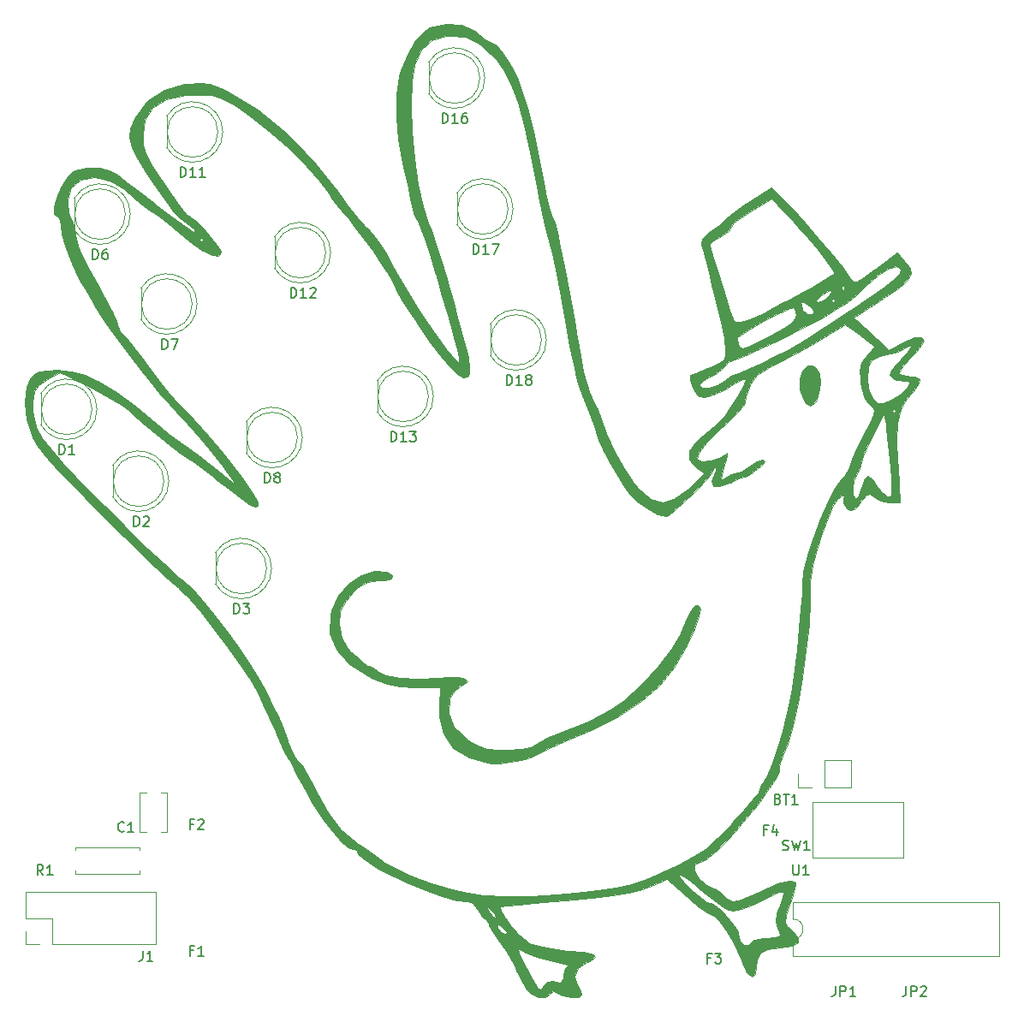
<source format=gbr>
G04 #@! TF.FileFunction,Legend,Top*
%FSLAX46Y46*%
G04 Gerber Fmt 4.6, Leading zero omitted, Abs format (unit mm)*
G04 Created by KiCad (PCBNEW 4.0.6) date 11/09/17 18:57:56*
%MOMM*%
%LPD*%
G01*
G04 APERTURE LIST*
%ADD10C,0.100000*%
%ADD11C,0.120000*%
%ADD12C,0.010000*%
%ADD13C,0.150000*%
G04 APERTURE END LIST*
D10*
D11*
X108146000Y-88392462D02*
G75*
G03X102596000Y-86847170I-2990000J462D01*
G01*
X108146000Y-88391538D02*
G75*
G02X102596000Y-89936830I-2990000J-462D01*
G01*
X107656000Y-88392000D02*
G75*
G03X107656000Y-88392000I-2500000J0D01*
G01*
X102596000Y-86847000D02*
X102596000Y-89937000D01*
X115258000Y-95504462D02*
G75*
G03X109708000Y-93959170I-2990000J462D01*
G01*
X115258000Y-95503538D02*
G75*
G02X109708000Y-97048830I-2990000J-462D01*
G01*
X114768000Y-95504000D02*
G75*
G03X114768000Y-95504000I-2500000J0D01*
G01*
X109708000Y-93959000D02*
X109708000Y-97049000D01*
X125418000Y-104140462D02*
G75*
G03X119868000Y-102595170I-2990000J462D01*
G01*
X125418000Y-104139538D02*
G75*
G02X119868000Y-105684830I-2990000J-462D01*
G01*
X124928000Y-104140000D02*
G75*
G03X124928000Y-104140000I-2500000J0D01*
G01*
X119868000Y-102595000D02*
X119868000Y-105685000D01*
X111448000Y-69088462D02*
G75*
G03X105898000Y-67543170I-2990000J462D01*
G01*
X111448000Y-69087538D02*
G75*
G02X105898000Y-70632830I-2990000J-462D01*
G01*
X110958000Y-69088000D02*
G75*
G03X110958000Y-69088000I-2500000J0D01*
G01*
X105898000Y-67543000D02*
X105898000Y-70633000D01*
X118052000Y-77978462D02*
G75*
G03X112502000Y-76433170I-2990000J462D01*
G01*
X118052000Y-77977538D02*
G75*
G02X112502000Y-79522830I-2990000J-462D01*
G01*
X117562000Y-77978000D02*
G75*
G03X117562000Y-77978000I-2500000J0D01*
G01*
X112502000Y-76433000D02*
X112502000Y-79523000D01*
X128466000Y-91186462D02*
G75*
G03X122916000Y-89641170I-2990000J462D01*
G01*
X128466000Y-91185538D02*
G75*
G02X122916000Y-92730830I-2990000J-462D01*
G01*
X127976000Y-91186000D02*
G75*
G03X127976000Y-91186000I-2500000J0D01*
G01*
X122916000Y-89641000D02*
X122916000Y-92731000D01*
X120592000Y-60960462D02*
G75*
G03X115042000Y-59415170I-2990000J462D01*
G01*
X120592000Y-60959538D02*
G75*
G02X115042000Y-62504830I-2990000J-462D01*
G01*
X120102000Y-60960000D02*
G75*
G03X120102000Y-60960000I-2500000J0D01*
G01*
X115042000Y-59415000D02*
X115042000Y-62505000D01*
X131260000Y-72898462D02*
G75*
G03X125710000Y-71353170I-2990000J462D01*
G01*
X131260000Y-72897538D02*
G75*
G02X125710000Y-74442830I-2990000J-462D01*
G01*
X130770000Y-72898000D02*
G75*
G03X130770000Y-72898000I-2500000J0D01*
G01*
X125710000Y-71353000D02*
X125710000Y-74443000D01*
X141420000Y-87122462D02*
G75*
G03X135870000Y-85577170I-2990000J462D01*
G01*
X141420000Y-87121538D02*
G75*
G02X135870000Y-88666830I-2990000J-462D01*
G01*
X140930000Y-87122000D02*
G75*
G03X140930000Y-87122000I-2500000J0D01*
G01*
X135870000Y-85577000D02*
X135870000Y-88667000D01*
X146500000Y-55626462D02*
G75*
G03X140950000Y-54081170I-2990000J462D01*
G01*
X146500000Y-55625538D02*
G75*
G02X140950000Y-57170830I-2990000J-462D01*
G01*
X146010000Y-55626000D02*
G75*
G03X146010000Y-55626000I-2500000J0D01*
G01*
X140950000Y-54081000D02*
X140950000Y-57171000D01*
X149294000Y-68580462D02*
G75*
G03X143744000Y-67035170I-2990000J462D01*
G01*
X149294000Y-68579538D02*
G75*
G02X143744000Y-70124830I-2990000J-462D01*
G01*
X148804000Y-68580000D02*
G75*
G03X148804000Y-68580000I-2500000J0D01*
G01*
X143744000Y-67035000D02*
X143744000Y-70125000D01*
X152596000Y-81534462D02*
G75*
G03X147046000Y-79989170I-2990000J462D01*
G01*
X152596000Y-81533538D02*
G75*
G02X147046000Y-83078830I-2990000J-462D01*
G01*
X152106000Y-81534000D02*
G75*
G03X152106000Y-81534000I-2500000J0D01*
G01*
X147046000Y-79989000D02*
X147046000Y-83079000D01*
X105980000Y-132020000D02*
X105980000Y-131690000D01*
X105980000Y-131690000D02*
X112400000Y-131690000D01*
X112400000Y-131690000D02*
X112400000Y-132020000D01*
X105980000Y-133980000D02*
X105980000Y-134310000D01*
X105980000Y-134310000D02*
X112400000Y-134310000D01*
X112400000Y-134310000D02*
X112400000Y-133980000D01*
D10*
X187888000Y-132720000D02*
X187888000Y-127220000D01*
X178888000Y-132720000D02*
X187888000Y-132720000D01*
X178888000Y-127220000D02*
X178888000Y-132720000D01*
X187888000Y-127220000D02*
X178888000Y-127220000D01*
D11*
X176970000Y-138810000D02*
G75*
G02X176970000Y-140810000I0J-1000000D01*
G01*
X176970000Y-140810000D02*
X176970000Y-142460000D01*
X176970000Y-142460000D02*
X197410000Y-142460000D01*
X197410000Y-142460000D02*
X197410000Y-137160000D01*
X197410000Y-137160000D02*
X176970000Y-137160000D01*
X176970000Y-137160000D02*
X176970000Y-138810000D01*
X182686000Y-125790000D02*
X182686000Y-123130000D01*
X180086000Y-125790000D02*
X182686000Y-125790000D01*
X180086000Y-123130000D02*
X182686000Y-123130000D01*
X180086000Y-125790000D02*
X180086000Y-123130000D01*
X178816000Y-125790000D02*
X177486000Y-125790000D01*
X177486000Y-125790000D02*
X177486000Y-124460000D01*
X112390000Y-130210000D02*
X112390000Y-126290000D01*
X115110000Y-130210000D02*
X115110000Y-126290000D01*
X112390000Y-130210000D02*
X113000000Y-130210000D01*
X114500000Y-130210000D02*
X115110000Y-130210000D01*
X112390000Y-126290000D02*
X113000000Y-126290000D01*
X114500000Y-126290000D02*
X115110000Y-126290000D01*
X113950000Y-141330000D02*
X113950000Y-136130000D01*
X103730000Y-141330000D02*
X113950000Y-141330000D01*
X101130000Y-136130000D02*
X113950000Y-136130000D01*
X103730000Y-141330000D02*
X103730000Y-138730000D01*
X103730000Y-138730000D02*
X101130000Y-138730000D01*
X101130000Y-138730000D02*
X101130000Y-136130000D01*
X102460000Y-141330000D02*
X101130000Y-141330000D01*
X101130000Y-141330000D02*
X101130000Y-140000000D01*
D12*
G36*
X144173066Y-50373712D02*
X145417162Y-50851962D01*
X145824222Y-51188055D01*
X146503238Y-51788720D01*
X147044565Y-52067561D01*
X147078568Y-52070000D01*
X147632888Y-52376786D01*
X148332440Y-53200426D01*
X149078207Y-54395848D01*
X149771171Y-55817975D01*
X149967940Y-56303333D01*
X150721483Y-58561848D01*
X151426666Y-61314569D01*
X152105572Y-64651467D01*
X152340391Y-65970128D01*
X152619287Y-67416480D01*
X152904388Y-68614808D01*
X153149480Y-69380467D01*
X153231777Y-69531562D01*
X153413522Y-69943756D01*
X153656981Y-70837512D01*
X153970672Y-72254286D01*
X154363116Y-74235533D01*
X154842832Y-76822710D01*
X155418339Y-80057272D01*
X155551941Y-80821389D01*
X155944102Y-83016947D01*
X156259270Y-84632151D01*
X156526421Y-85784199D01*
X156774529Y-86590287D01*
X157032570Y-87167615D01*
X157183695Y-87421585D01*
X157664121Y-88388483D01*
X157964628Y-89288056D01*
X158467642Y-90751243D01*
X159275685Y-92476464D01*
X160245539Y-94199207D01*
X161233984Y-95654963D01*
X161729815Y-96241948D01*
X162929541Y-97250305D01*
X164059761Y-97606590D01*
X165223426Y-97308969D01*
X166523488Y-96355609D01*
X166739966Y-96152729D01*
X168225611Y-94727125D01*
X167431861Y-94169422D01*
X166735756Y-93381571D01*
X166728160Y-92504398D01*
X167402547Y-91569967D01*
X168069243Y-91038070D01*
X169117731Y-90194258D01*
X170037115Y-89263119D01*
X170274104Y-88963098D01*
X170896146Y-88026498D01*
X171515002Y-86992505D01*
X172012277Y-86071373D01*
X172269575Y-85473357D01*
X172282556Y-85396367D01*
X172033113Y-85394233D01*
X171469083Y-85638251D01*
X170866913Y-85989232D01*
X170518667Y-86284471D01*
X170095106Y-86549890D01*
X169283089Y-86887890D01*
X169126088Y-86943148D01*
X168212820Y-87177387D01*
X167670422Y-87067929D01*
X167488255Y-86912739D01*
X167034553Y-86234804D01*
X166948958Y-85976863D01*
X167696444Y-85976863D01*
X167971329Y-86256012D01*
X168642399Y-86247429D01*
X169479279Y-85987776D01*
X170165889Y-85583889D01*
X170865714Y-85098651D01*
X171328719Y-84886440D01*
X171334172Y-84886178D01*
X171800259Y-84730681D01*
X172717738Y-84330316D01*
X173913863Y-83769244D01*
X175215890Y-83131629D01*
X176451073Y-82501633D01*
X177446667Y-81963419D01*
X177927000Y-81674108D01*
X178551933Y-81259706D01*
X179622095Y-80552798D01*
X180993228Y-79648578D01*
X182521074Y-78642240D01*
X182689500Y-78531378D01*
X184553110Y-77296648D01*
X185898070Y-76377960D01*
X186800417Y-75711680D01*
X187336191Y-75234178D01*
X187581432Y-74881818D01*
X187612176Y-74590968D01*
X187570203Y-74446970D01*
X187167253Y-74215748D01*
X186403932Y-74454230D01*
X185390523Y-75106483D01*
X184237308Y-76116575D01*
X184194397Y-76159087D01*
X183194336Y-77079379D01*
X182156063Y-77927214D01*
X181934973Y-78089289D01*
X181126343Y-78596203D01*
X179906397Y-79281763D01*
X178409436Y-80078884D01*
X176769757Y-80920479D01*
X175121660Y-81739461D01*
X173599445Y-82468745D01*
X172337409Y-83041244D01*
X171469853Y-83389871D01*
X171173771Y-83464830D01*
X170561065Y-83732611D01*
X170401323Y-83969729D01*
X169976758Y-84436976D01*
X169169161Y-84959427D01*
X168952469Y-85068258D01*
X168153920Y-85518967D01*
X167721653Y-85902628D01*
X167696444Y-85976863D01*
X166948958Y-85976863D01*
X166795045Y-85513053D01*
X166826547Y-84992595D01*
X167016670Y-84878333D01*
X167564348Y-84729764D01*
X168473120Y-84352440D01*
X168993604Y-84103812D01*
X169512676Y-83861951D01*
X169907998Y-83658102D01*
X170176159Y-83406154D01*
X170313750Y-83019994D01*
X170317362Y-82413509D01*
X170183584Y-81500589D01*
X170150978Y-81345564D01*
X171435889Y-81345564D01*
X171513572Y-81954864D01*
X171678555Y-82287982D01*
X172048845Y-82334987D01*
X172742450Y-82085948D01*
X173877376Y-81530933D01*
X174787028Y-81063531D01*
X176123739Y-80335779D01*
X176910961Y-79792739D01*
X177251632Y-79350519D01*
X177276100Y-79035059D01*
X177144402Y-78437693D01*
X177083402Y-78276838D01*
X176726762Y-78355889D01*
X175936701Y-78707223D01*
X174883666Y-79238222D01*
X173738105Y-79856270D01*
X172670464Y-80468750D01*
X171851192Y-80983044D01*
X171450734Y-81306535D01*
X171435889Y-81345564D01*
X170150978Y-81345564D01*
X169909007Y-80195120D01*
X169490221Y-78410991D01*
X168923816Y-76062088D01*
X168626164Y-74824167D01*
X168318515Y-73601585D01*
X168041465Y-72603944D01*
X167889948Y-72142322D01*
X167896099Y-72100844D01*
X168754778Y-72100844D01*
X168853725Y-72506565D01*
X169115103Y-73411644D01*
X169485712Y-74643641D01*
X169912355Y-76030117D01*
X170341835Y-77398630D01*
X170720953Y-78576740D01*
X170996512Y-79392008D01*
X171044452Y-79522797D01*
X171294746Y-79782089D01*
X171818661Y-79774987D01*
X172711673Y-79474550D01*
X174069256Y-78853843D01*
X174928389Y-78426942D01*
X176053547Y-77836108D01*
X177765289Y-77836108D01*
X177858859Y-78390049D01*
X177931427Y-78536606D01*
X178413987Y-78995399D01*
X178787049Y-79017087D01*
X179077656Y-78784585D01*
X178845111Y-78369734D01*
X178693474Y-78204240D01*
X178089433Y-77754134D01*
X177765289Y-77836108D01*
X176053547Y-77836108D01*
X176430834Y-77637990D01*
X179249076Y-77637990D01*
X179375291Y-77820657D01*
X179432222Y-77822778D01*
X179890719Y-77646389D01*
X180749222Y-77646389D01*
X180925611Y-77822778D01*
X181102000Y-77646389D01*
X180925611Y-77470000D01*
X180749222Y-77646389D01*
X179890719Y-77646389D01*
X180083568Y-77572198D01*
X180403520Y-77285086D01*
X180736355Y-76751357D01*
X180573428Y-76632321D01*
X180002588Y-76946183D01*
X179740001Y-77147589D01*
X179249076Y-77637990D01*
X176430834Y-77637990D01*
X176461666Y-77621800D01*
X178126861Y-76701369D01*
X178627812Y-76411667D01*
X181807556Y-76411667D01*
X181936631Y-76702043D01*
X182042741Y-76646852D01*
X182084961Y-76228187D01*
X182042741Y-76176481D01*
X181833015Y-76224907D01*
X181807556Y-76411667D01*
X178627812Y-76411667D01*
X179073086Y-76154164D01*
X181101117Y-74950007D01*
X180076185Y-73475976D01*
X179331664Y-72502681D01*
X178292871Y-71266609D01*
X177161787Y-70006520D01*
X176952604Y-69783551D01*
X174853956Y-67565158D01*
X172869655Y-68725218D01*
X171849542Y-69382745D01*
X171130991Y-69962566D01*
X170878400Y-70317191D01*
X170588928Y-70758420D01*
X169893192Y-71253755D01*
X169813111Y-71296389D01*
X169096959Y-71734966D01*
X168758783Y-72076381D01*
X168754778Y-72100844D01*
X167896099Y-72100844D01*
X167982319Y-71519453D01*
X168622748Y-70946986D01*
X169576197Y-70228251D01*
X170316162Y-69552312D01*
X171014906Y-68955381D01*
X172067572Y-68200094D01*
X172960931Y-67626561D01*
X174874030Y-66465325D01*
X177017876Y-68686474D01*
X178292991Y-70059004D01*
X179627523Y-71581156D01*
X180887455Y-73091870D01*
X181938771Y-74430082D01*
X182647456Y-75434730D01*
X182689500Y-75502704D01*
X182935928Y-75751590D01*
X183314023Y-75722786D01*
X183956377Y-75362081D01*
X184995585Y-74615261D01*
X185158379Y-74493273D01*
X187274479Y-72903717D01*
X188081890Y-73774472D01*
X188542886Y-74410929D01*
X188614780Y-75005321D01*
X188240976Y-75645083D01*
X187364876Y-76417645D01*
X185929885Y-77410441D01*
X185582505Y-77635614D01*
X182979169Y-79311576D01*
X184719065Y-80939045D01*
X186458961Y-82566513D01*
X187880424Y-81787901D01*
X189011037Y-81287690D01*
X189704730Y-81250339D01*
X189917047Y-81635959D01*
X189692714Y-82006555D01*
X189116890Y-82713309D01*
X188520091Y-83379028D01*
X187833475Y-84180900D01*
X187463285Y-84742067D01*
X187466155Y-84922431D01*
X188128776Y-85047652D01*
X188157556Y-85054722D01*
X188816732Y-85164191D01*
X189039500Y-85187014D01*
X189499406Y-85374985D01*
X189423406Y-85855230D01*
X188796390Y-86682947D01*
X188558869Y-86943042D01*
X187950400Y-87729096D01*
X187544462Y-88641295D01*
X187317940Y-89814765D01*
X187247721Y-91384627D01*
X187310690Y-93486005D01*
X187341602Y-94059068D01*
X187542386Y-97578333D01*
X186482055Y-97578333D01*
X185565931Y-97404150D01*
X184964003Y-97026813D01*
X184616434Y-96736772D01*
X184250085Y-96878828D01*
X183682106Y-97528475D01*
X183650090Y-97569302D01*
X183034206Y-98252445D01*
X182595529Y-98409980D01*
X182284673Y-98240692D01*
X181939563Y-97665527D01*
X181956818Y-97345425D01*
X182014058Y-96902992D01*
X181758054Y-96908239D01*
X181344682Y-97281836D01*
X180979279Y-97842917D01*
X180418012Y-99108076D01*
X179847779Y-100659618D01*
X179331056Y-102291704D01*
X178930321Y-103798495D01*
X178708050Y-104974153D01*
X178684438Y-105403571D01*
X178684454Y-107385470D01*
X178535915Y-109732436D01*
X178263365Y-112289078D01*
X177891345Y-114900004D01*
X177444400Y-117409824D01*
X176947071Y-119663145D01*
X176423901Y-121504576D01*
X175957506Y-122669023D01*
X175669690Y-123375701D01*
X175646072Y-123754813D01*
X175619149Y-124194211D01*
X175186996Y-125030807D01*
X174438088Y-126157750D01*
X173460898Y-127468186D01*
X172343901Y-128855264D01*
X171175570Y-130212133D01*
X170044378Y-131431941D01*
X169038801Y-132407835D01*
X168247310Y-133032965D01*
X167818058Y-133208889D01*
X167248779Y-133429823D01*
X167195913Y-133996557D01*
X167668130Y-134764986D01*
X167720978Y-134822504D01*
X168389477Y-135412295D01*
X168915881Y-135677225D01*
X168937985Y-135678333D01*
X169464484Y-135918069D01*
X169989500Y-136383889D01*
X170467365Y-136835417D01*
X170962581Y-137024593D01*
X171636162Y-136936565D01*
X172649124Y-136556482D01*
X173814308Y-136031111D01*
X175481496Y-135323115D01*
X176583933Y-135006972D01*
X177140780Y-135078488D01*
X177221444Y-135285044D01*
X177120123Y-135774172D01*
X176860170Y-136692358D01*
X176638603Y-137401975D01*
X176316830Y-138457109D01*
X176235389Y-139072704D01*
X176410720Y-139478308D01*
X176814992Y-139865115D01*
X177484301Y-140607486D01*
X177504274Y-141132876D01*
X176861320Y-141463122D01*
X175728830Y-141610112D01*
X174445873Y-141766377D01*
X173718632Y-142119613D01*
X173401822Y-142786749D01*
X173346291Y-143527639D01*
X173203435Y-144297059D01*
X172859271Y-144470413D01*
X172422365Y-144085503D01*
X172001282Y-143180130D01*
X171958836Y-143044542D01*
X171580973Y-142099526D01*
X171008092Y-141007237D01*
X170347868Y-139933987D01*
X169707977Y-139046089D01*
X169196096Y-138509855D01*
X168972725Y-138432301D01*
X168606754Y-138268340D01*
X167860721Y-137736738D01*
X166878580Y-136942317D01*
X166606661Y-136709421D01*
X164493094Y-134878406D01*
X163184352Y-135435422D01*
X162062474Y-135846846D01*
X160745160Y-136189392D01*
X159116626Y-136482435D01*
X157061084Y-136745351D01*
X154462749Y-136997516D01*
X153232555Y-137100762D01*
X151414771Y-137254614D01*
X149865458Y-137397839D01*
X148711817Y-137517735D01*
X148081052Y-137601600D01*
X148002657Y-137623017D01*
X148061958Y-137999970D01*
X148490286Y-138696308D01*
X149149056Y-139541383D01*
X149899680Y-140364544D01*
X150603570Y-140995141D01*
X150895763Y-141185465D01*
X151791936Y-141491396D01*
X153119577Y-141757920D01*
X154604748Y-141931154D01*
X154731861Y-141940007D01*
X156320348Y-142097211D01*
X157209846Y-142316593D01*
X157404395Y-142600672D01*
X156908034Y-142951971D01*
X156574904Y-143090104D01*
X155684055Y-143691213D01*
X155401798Y-144515780D01*
X155646324Y-145245277D01*
X155978963Y-145928605D01*
X156054778Y-146256880D01*
X155767428Y-146549032D01*
X155067745Y-146586175D01*
X154199275Y-146373353D01*
X153843587Y-146211079D01*
X153219707Y-145984144D01*
X152955437Y-146211079D01*
X152528445Y-146577062D01*
X151807049Y-146563627D01*
X151059490Y-146217080D01*
X150674783Y-145817388D01*
X150209928Y-145009035D01*
X149649833Y-143904967D01*
X149429731Y-143436138D01*
X148783391Y-142223606D01*
X148432307Y-141693654D01*
X149748093Y-141693654D01*
X149892805Y-142191456D01*
X150416224Y-143279345D01*
X150638763Y-143705207D01*
X151311403Y-144937487D01*
X151750801Y-145613574D01*
X152028681Y-145813518D01*
X152216768Y-145617368D01*
X152259021Y-145513511D01*
X152633526Y-144986183D01*
X153317482Y-144973676D01*
X153411488Y-144996060D01*
X154059015Y-145063170D01*
X154275953Y-144685258D01*
X154290889Y-144328110D01*
X154441459Y-143651175D01*
X154731861Y-143411399D01*
X154649256Y-143331694D01*
X154012239Y-143149139D01*
X152957547Y-142902744D01*
X152921582Y-142894925D01*
X151632552Y-142543741D01*
X150546718Y-142122198D01*
X149980950Y-141782618D01*
X149748093Y-141693654D01*
X148432307Y-141693654D01*
X148034255Y-141092807D01*
X147795174Y-140793611D01*
X147208719Y-140009041D01*
X146897931Y-139390849D01*
X146883062Y-139294794D01*
X147726741Y-139294794D01*
X147752611Y-139573519D01*
X147794167Y-139685380D01*
X148111442Y-140118873D01*
X148487168Y-140302577D01*
X148646444Y-140131251D01*
X148412411Y-139827226D01*
X148109202Y-139552186D01*
X147726741Y-139294794D01*
X146883062Y-139294794D01*
X146882986Y-139294306D01*
X146694745Y-138884047D01*
X146586404Y-138853333D01*
X146239268Y-138568646D01*
X145888411Y-137971389D01*
X145481914Y-137478841D01*
X146652050Y-137478841D01*
X146663147Y-137608049D01*
X146917971Y-138043540D01*
X147319616Y-138563938D01*
X147553758Y-138652501D01*
X147462568Y-138316574D01*
X147086716Y-137874795D01*
X146652050Y-137478841D01*
X145481914Y-137478841D01*
X145310819Y-137271528D01*
X144763237Y-137089444D01*
X143697833Y-136945550D01*
X142288488Y-136554182D01*
X140666956Y-135975815D01*
X138964989Y-135270920D01*
X137314340Y-134499972D01*
X135846763Y-133723444D01*
X134694011Y-133001809D01*
X133987836Y-132395540D01*
X133829778Y-132071098D01*
X133618636Y-131899775D01*
X133534328Y-131938736D01*
X133070890Y-131837614D01*
X132352846Y-131224976D01*
X131463193Y-130208850D01*
X130484929Y-128897263D01*
X129501049Y-127398242D01*
X128594552Y-125819813D01*
X128140786Y-124918611D01*
X127639890Y-123912898D01*
X127238507Y-123195973D01*
X127078786Y-122978333D01*
X126839280Y-122586340D01*
X126423024Y-121723015D01*
X125917857Y-120571088D01*
X125891713Y-120508889D01*
X125253377Y-119038826D01*
X124574472Y-117554661D01*
X124103708Y-116582529D01*
X123330477Y-115228543D01*
X122257757Y-113584033D01*
X120996058Y-111795893D01*
X119655891Y-110011018D01*
X118347766Y-108376302D01*
X117182193Y-107038639D01*
X116269682Y-106144925D01*
X116222097Y-106105970D01*
X115512312Y-105487364D01*
X114397725Y-104458079D01*
X112971717Y-103107055D01*
X111327671Y-101523236D01*
X109558967Y-99795564D01*
X108525467Y-98775209D01*
X106226532Y-96463626D01*
X104429230Y-94581399D01*
X103103157Y-93094472D01*
X102217910Y-91968793D01*
X101750031Y-91186174D01*
X101181142Y-89431822D01*
X101076863Y-88528235D01*
X101781533Y-88528235D01*
X101914329Y-89405007D01*
X102243737Y-90305795D01*
X102819818Y-91301404D01*
X103692636Y-92462639D01*
X104912252Y-93860305D01*
X106528729Y-95565207D01*
X108592131Y-97648151D01*
X109613090Y-98661673D01*
X111383004Y-100403283D01*
X112992779Y-101968865D01*
X114373674Y-103293053D01*
X115456951Y-104310484D01*
X116173870Y-104955792D01*
X116451850Y-105164679D01*
X116893366Y-105440947D01*
X117645149Y-106194417D01*
X118623774Y-107316787D01*
X119745818Y-108699754D01*
X120927855Y-110235016D01*
X122086461Y-111814270D01*
X123138213Y-113329213D01*
X123999686Y-114671544D01*
X124579142Y-115715642D01*
X125174271Y-116948241D01*
X125765663Y-118169584D01*
X125873734Y-118392222D01*
X126378898Y-119537092D01*
X126895321Y-120861308D01*
X127017516Y-121205442D01*
X127440000Y-122227037D01*
X127875410Y-122974539D01*
X128034713Y-123145720D01*
X128410580Y-123622856D01*
X128972491Y-124554251D01*
X129609780Y-125754035D01*
X129720418Y-125976944D01*
X130970807Y-128220533D01*
X132295290Y-129934343D01*
X133833698Y-131291083D01*
X134269591Y-131595705D01*
X135362637Y-132344169D01*
X136405242Y-133083635D01*
X136600226Y-133226392D01*
X137725732Y-133879226D01*
X139345078Y-134587973D01*
X141258534Y-135279040D01*
X143266373Y-135878832D01*
X144765889Y-136235217D01*
X146426173Y-136451086D01*
X148595085Y-136549126D01*
X151086203Y-136532827D01*
X153713109Y-136405683D01*
X156289382Y-136171185D01*
X157642278Y-135994012D01*
X159499748Y-135686297D01*
X161016887Y-135334946D01*
X162448649Y-134858632D01*
X163502523Y-134409400D01*
X165672786Y-134409400D01*
X165791538Y-134729908D01*
X166301530Y-135318665D01*
X167030348Y-136019529D01*
X167805579Y-136676361D01*
X168454812Y-137133019D01*
X168797644Y-137239341D01*
X169191510Y-137363185D01*
X169827014Y-137885438D01*
X170539399Y-138627749D01*
X171163907Y-139411768D01*
X171535780Y-140059145D01*
X171577000Y-140248005D01*
X171750455Y-140948066D01*
X172143435Y-141373893D01*
X172564865Y-141361456D01*
X172693437Y-141206423D01*
X173193672Y-140881512D01*
X174081563Y-140694610D01*
X174257994Y-140683803D01*
X175274828Y-140605193D01*
X175696647Y-140408257D01*
X175633570Y-139998964D01*
X175445146Y-139670113D01*
X175230474Y-139056476D01*
X175365308Y-138263818D01*
X175601722Y-137641316D01*
X175920190Y-136764053D01*
X176035791Y-136198851D01*
X176014543Y-136117728D01*
X175637046Y-136169057D01*
X174873648Y-136484481D01*
X174510607Y-136666344D01*
X172976086Y-137436227D01*
X171883190Y-137863989D01*
X171071130Y-137974808D01*
X170379120Y-137793862D01*
X169741588Y-137413149D01*
X168745238Y-136668086D01*
X167618049Y-135750086D01*
X167224100Y-135409553D01*
X166424050Y-134767713D01*
X165844107Y-134422610D01*
X165672786Y-134409400D01*
X163502523Y-134409400D01*
X164049992Y-134176032D01*
X165498922Y-133487924D01*
X167033746Y-132683027D01*
X168288115Y-131855427D01*
X169487585Y-130832231D01*
X170857709Y-129440543D01*
X171055172Y-129228870D01*
X172124194Y-128043670D01*
X172985240Y-127023384D01*
X173538859Y-126290137D01*
X173693667Y-125988837D01*
X173920182Y-125399565D01*
X174084143Y-125198412D01*
X174445774Y-124586188D01*
X174908397Y-123443073D01*
X175420880Y-121927139D01*
X175932089Y-120196456D01*
X176390889Y-118409094D01*
X176628215Y-117333889D01*
X176870278Y-115946611D01*
X177125397Y-114149887D01*
X177373219Y-112131803D01*
X177593392Y-110080446D01*
X177765564Y-108183904D01*
X177869383Y-106630265D01*
X177887923Y-105692222D01*
X178009060Y-104467995D01*
X178387762Y-102865658D01*
X178957733Y-101058356D01*
X179652675Y-99219234D01*
X180406290Y-97521438D01*
X181152282Y-96138112D01*
X181169815Y-96114744D01*
X182873852Y-96114744D01*
X182932834Y-96826995D01*
X183137188Y-97214188D01*
X183190637Y-97225556D01*
X183485015Y-96921511D01*
X183743127Y-96188453D01*
X183746945Y-96171268D01*
X184065941Y-95214898D01*
X184455092Y-94958612D01*
X184924078Y-95399534D01*
X185130873Y-95760160D01*
X185674427Y-96547813D01*
X186241242Y-97009516D01*
X186246381Y-97011519D01*
X186521378Y-97054681D01*
X186673080Y-96840384D01*
X186716252Y-96246170D01*
X186665661Y-95149580D01*
X186592152Y-94143853D01*
X186459840Y-92584798D01*
X186318177Y-91162673D01*
X186192315Y-90123853D01*
X186161282Y-89923110D01*
X185969005Y-88794275D01*
X184992265Y-90628665D01*
X184400136Y-91858046D01*
X183934597Y-93033349D01*
X183766343Y-93605538D01*
X183504198Y-94449123D01*
X183208090Y-94937811D01*
X183191525Y-94949274D01*
X182960122Y-95385986D01*
X182873852Y-96114744D01*
X181169815Y-96114744D01*
X181824353Y-95242401D01*
X181923051Y-95153888D01*
X182409521Y-94509264D01*
X182518073Y-94095554D01*
X182682085Y-93530125D01*
X183112952Y-92541503D01*
X183726466Y-91318510D01*
X183903258Y-90989565D01*
X184575013Y-89739667D01*
X184939163Y-88959089D01*
X185011969Y-88582500D01*
X186746444Y-88582500D01*
X186922833Y-88758889D01*
X187099222Y-88582500D01*
X186922833Y-88406111D01*
X186746444Y-88582500D01*
X185011969Y-88582500D01*
X185028125Y-88498934D01*
X184874318Y-88210303D01*
X184559183Y-87976825D01*
X184035494Y-87361690D01*
X183733388Y-86278903D01*
X183662216Y-85698903D01*
X183641025Y-85246836D01*
X184294612Y-85246836D01*
X184441783Y-86378345D01*
X184815821Y-87254506D01*
X185319159Y-87743253D01*
X185943028Y-87789442D01*
X186837059Y-87374346D01*
X187540194Y-86913572D01*
X188198628Y-86349003D01*
X188517549Y-85867258D01*
X188411766Y-85623845D01*
X188245750Y-85625665D01*
X187166864Y-85465222D01*
X186748960Y-85240131D01*
X186527417Y-84963464D01*
X186683867Y-84536326D01*
X187283746Y-83825743D01*
X187614306Y-83481645D01*
X188295129Y-82720064D01*
X188637272Y-82202828D01*
X188602749Y-82056111D01*
X188070767Y-82284822D01*
X188010553Y-82361340D01*
X187566659Y-82614685D01*
X186718722Y-82843146D01*
X186547144Y-82873436D01*
X185553871Y-83122546D01*
X184824251Y-83455608D01*
X184774688Y-83493347D01*
X184404520Y-84188233D01*
X184294612Y-85246836D01*
X183641025Y-85246836D01*
X183607486Y-84531375D01*
X183765447Y-83785891D01*
X184196297Y-83195615D01*
X184236051Y-83155393D01*
X184766513Y-82573006D01*
X184982556Y-82234713D01*
X184722288Y-81946068D01*
X184057962Y-81401854D01*
X183559554Y-81029720D01*
X182136553Y-79998903D01*
X179051664Y-81821257D01*
X177560839Y-82681725D01*
X176125576Y-83475369D01*
X174963210Y-84083447D01*
X174538971Y-84286805D01*
X173407254Y-84989091D01*
X172732322Y-85963879D01*
X172625254Y-86227083D01*
X172329054Y-87112834D01*
X172199337Y-87695180D01*
X172202535Y-87763508D01*
X171987561Y-88090011D01*
X171357957Y-88773152D01*
X170423654Y-89697717D01*
X169765590Y-90317593D01*
X168402108Y-91671242D01*
X167636218Y-92656272D01*
X167466618Y-93277062D01*
X167892001Y-93537996D01*
X168829546Y-93459781D01*
X169714265Y-93195953D01*
X170270667Y-92865634D01*
X170284686Y-92848554D01*
X170431867Y-92735881D01*
X170412141Y-93047610D01*
X170209757Y-93875333D01*
X169941507Y-94844306D01*
X169839892Y-95372258D01*
X170048776Y-95321214D01*
X170188451Y-95197083D01*
X170883586Y-94807228D01*
X171206583Y-94748267D01*
X171859271Y-94536437D01*
X172635333Y-94050556D01*
X173438974Y-93528597D01*
X173979031Y-93352624D01*
X174141809Y-93501306D01*
X173813614Y-93953316D01*
X173517278Y-94216010D01*
X172748752Y-94780486D01*
X172181778Y-95083148D01*
X172106167Y-95098375D01*
X171570839Y-95260314D01*
X170759018Y-95631900D01*
X170718251Y-95653030D01*
X169724015Y-96026976D01*
X169106629Y-95969370D01*
X168958374Y-95513089D01*
X169120924Y-95083909D01*
X169351951Y-94437282D01*
X169312527Y-94137934D01*
X169124947Y-94206870D01*
X169107556Y-94361907D01*
X168865803Y-94778866D01*
X168237532Y-95515939D01*
X167368225Y-96429788D01*
X166403364Y-97377080D01*
X165488430Y-98214477D01*
X164768907Y-98798645D01*
X164410726Y-98989444D01*
X163621429Y-98771601D01*
X162577995Y-98220456D01*
X161536932Y-97489584D01*
X160869995Y-96869551D01*
X160337125Y-96145249D01*
X159662073Y-95056618D01*
X158942074Y-93784398D01*
X158274364Y-92509329D01*
X157756177Y-91412151D01*
X157484749Y-90673602D01*
X157465889Y-90542039D01*
X157329470Y-90049544D01*
X156977057Y-89143041D01*
X156623266Y-88328371D01*
X156100788Y-87046791D01*
X155686295Y-85806521D01*
X155542055Y-85231111D01*
X155339970Y-84216737D01*
X155059346Y-82846023D01*
X154821218Y-81703333D01*
X154505912Y-80111070D01*
X154167002Y-78257434D01*
X153914148Y-76764444D01*
X153585540Y-74982211D01*
X153156095Y-72995565D01*
X152780387Y-71472778D01*
X152347249Y-69733082D01*
X151923376Y-67830138D01*
X151634282Y-66357500D01*
X151000695Y-62998566D01*
X150390543Y-60258765D01*
X149776452Y-58053506D01*
X149131053Y-56298199D01*
X148426972Y-54908254D01*
X147636840Y-53799078D01*
X147530950Y-53676289D01*
X146059308Y-52301123D01*
X144583675Y-51568503D01*
X142985910Y-51424718D01*
X142656077Y-51459895D01*
X141236958Y-51910557D01*
X140222970Y-52858127D01*
X139575973Y-54353632D01*
X139299801Y-55950556D01*
X139186605Y-58283735D01*
X139261149Y-60887258D01*
X139500475Y-63562571D01*
X139881627Y-66111117D01*
X140381646Y-68334341D01*
X140910965Y-69885278D01*
X141222588Y-70711151D01*
X141660640Y-72009181D01*
X142158964Y-73572760D01*
X142651402Y-75195280D01*
X143000760Y-76411667D01*
X143396772Y-77830651D01*
X143814409Y-79315921D01*
X143890979Y-79586667D01*
X144468065Y-81681339D01*
X144835705Y-83194454D01*
X145000886Y-84215993D01*
X144970591Y-84835938D01*
X144751807Y-85144273D01*
X144351517Y-85230978D01*
X144329146Y-85231111D01*
X143790060Y-84946719D01*
X142975206Y-84161855D01*
X141975251Y-82978982D01*
X140880862Y-81500567D01*
X140391825Y-80781405D01*
X139589117Y-79573793D01*
X138847143Y-78464852D01*
X138363353Y-77748868D01*
X137910171Y-76985969D01*
X137710772Y-76453219D01*
X137710333Y-76439581D01*
X137514779Y-75979764D01*
X136994498Y-75101497D01*
X136249066Y-73950049D01*
X135378057Y-72670685D01*
X134481047Y-71408675D01*
X133657609Y-70309285D01*
X133007319Y-69517784D01*
X132854919Y-69356111D01*
X132079785Y-68465108D01*
X131283531Y-67381942D01*
X131136529Y-67157058D01*
X130054982Y-65682111D01*
X128643478Y-64090794D01*
X127012891Y-62476176D01*
X125274093Y-60931323D01*
X123537957Y-59549304D01*
X121915356Y-58423187D01*
X120517163Y-57646038D01*
X119454251Y-57310926D01*
X119401778Y-57306801D01*
X116911130Y-57333785D01*
X115001957Y-57751466D01*
X113664465Y-58565563D01*
X112888860Y-59781796D01*
X112663111Y-61241470D01*
X112726959Y-62196520D01*
X112976500Y-63068158D01*
X113498728Y-64069905D01*
X114338805Y-65354294D01*
X115424155Y-66931737D01*
X116189898Y-68020496D01*
X116710891Y-68716873D01*
X117061991Y-69117169D01*
X117318053Y-69317688D01*
X117474655Y-69388555D01*
X117916534Y-69729427D01*
X118589897Y-70428360D01*
X119332270Y-71292124D01*
X119981177Y-72127488D01*
X120374141Y-72741221D01*
X120424222Y-72896447D01*
X120187630Y-73260810D01*
X119523740Y-73160100D01*
X118501381Y-72630904D01*
X117189384Y-71709811D01*
X117116558Y-71649167D01*
X118307556Y-71649167D01*
X118483944Y-71825556D01*
X118660333Y-71649167D01*
X118483944Y-71472778D01*
X118307556Y-71649167D01*
X117116558Y-71649167D01*
X115656577Y-70433411D01*
X115461038Y-70258074D01*
X114634603Y-69552352D01*
X114013083Y-69095798D01*
X113808623Y-69000273D01*
X113416094Y-68777331D01*
X112718197Y-68214772D01*
X112310333Y-67847819D01*
X110825610Y-66589481D01*
X109573994Y-65837082D01*
X108399818Y-65507779D01*
X107852606Y-65475555D01*
X106481032Y-65716277D01*
X105620837Y-66442465D01*
X105265756Y-67660157D01*
X105254778Y-67978856D01*
X105328405Y-68890983D01*
X105510473Y-69454338D01*
X105560763Y-69503581D01*
X105787919Y-69942376D01*
X105992532Y-70817546D01*
X106047380Y-71200095D01*
X106384431Y-72430503D01*
X107134292Y-74108432D01*
X108207025Y-76058889D01*
X109012530Y-77474620D01*
X109660843Y-78712309D01*
X110076201Y-79620983D01*
X110189852Y-80010109D01*
X110436134Y-80688755D01*
X110651809Y-80892054D01*
X111037710Y-81283314D01*
X111721122Y-82119353D01*
X112595890Y-83266276D01*
X113310478Y-84245464D01*
X114304083Y-85587592D01*
X115234167Y-86765239D01*
X115975427Y-87623763D01*
X116311801Y-87949631D01*
X117016844Y-88616870D01*
X118048537Y-89738257D01*
X119311658Y-91202398D01*
X120710986Y-92897902D01*
X122151301Y-94713377D01*
X122682031Y-95401693D01*
X123571558Y-96659478D01*
X124038083Y-97539708D01*
X124055127Y-97969095D01*
X123791138Y-98047286D01*
X123324953Y-97870350D01*
X122579287Y-97386990D01*
X121476850Y-96545908D01*
X119940355Y-95295807D01*
X119590928Y-95006117D01*
X118552190Y-94199547D01*
X117539334Y-93500130D01*
X117214377Y-93303673D01*
X116393540Y-92756191D01*
X115227221Y-91871636D01*
X113889075Y-90790749D01*
X112552755Y-89654270D01*
X111391919Y-88602938D01*
X111265886Y-88482676D01*
X110559431Y-87952640D01*
X109413573Y-87249427D01*
X108030341Y-86493751D01*
X107434323Y-86193259D01*
X104470818Y-84738367D01*
X103187103Y-85425711D01*
X102342684Y-85971710D01*
X101944559Y-86603488D01*
X101795286Y-87604674D01*
X101781533Y-88528235D01*
X101076863Y-88528235D01*
X100981479Y-87701732D01*
X101160396Y-86206241D01*
X101494679Y-85443353D01*
X101911195Y-84925611D01*
X102437889Y-84649232D01*
X103293506Y-84540817D01*
X104229952Y-84525556D01*
X105589153Y-84635794D01*
X106950109Y-85001887D01*
X108411337Y-85676904D01*
X110071352Y-86713913D01*
X112028674Y-88165983D01*
X114074222Y-89828400D01*
X115261290Y-90791667D01*
X116433030Y-91696370D01*
X117249222Y-92286104D01*
X118216011Y-92982743D01*
X119408912Y-93898098D01*
X120229826Y-94556819D01*
X121975708Y-95990833D01*
X121101308Y-94700417D01*
X120472368Y-93863964D01*
X119482466Y-92653379D01*
X118252560Y-91209862D01*
X116903605Y-89674607D01*
X115556559Y-88188814D01*
X115132556Y-87732874D01*
X114485993Y-86990116D01*
X113601630Y-85903167D01*
X112566828Y-84587717D01*
X111468950Y-83159456D01*
X110395358Y-81734074D01*
X109433416Y-80427260D01*
X108670486Y-79354704D01*
X108193930Y-78632096D01*
X108077000Y-78389570D01*
X107899049Y-78017753D01*
X107443628Y-77261162D01*
X107078441Y-76693935D01*
X106389740Y-75475351D01*
X105706518Y-73982484D01*
X105114738Y-72438980D01*
X104700360Y-71068487D01*
X104549222Y-70113641D01*
X104410625Y-69512742D01*
X104196444Y-69356111D01*
X103862260Y-69091104D01*
X103855198Y-68408612D01*
X104109838Y-67477429D01*
X104560765Y-66466347D01*
X105142561Y-65544160D01*
X105789808Y-64879662D01*
X105977365Y-64760885D01*
X107092123Y-64460008D01*
X108429596Y-64483736D01*
X109590000Y-64824553D01*
X109598270Y-64828955D01*
X110155153Y-65199315D01*
X111128554Y-65917994D01*
X112388771Y-66886710D01*
X113806102Y-68007183D01*
X114033900Y-68190042D01*
X115396138Y-69261195D01*
X116558895Y-70128912D01*
X117415860Y-70717320D01*
X117860720Y-70950546D01*
X117894398Y-70945194D01*
X117785313Y-70629986D01*
X117250736Y-70143848D01*
X117247839Y-70141747D01*
X116569032Y-69644760D01*
X116186126Y-69356111D01*
X115790395Y-68907182D01*
X115129422Y-68029281D01*
X114318451Y-66887603D01*
X113472727Y-65647348D01*
X112707493Y-64473712D01*
X112204652Y-63648848D01*
X111562148Y-62430334D01*
X111311818Y-61518761D01*
X111438225Y-60645167D01*
X111925934Y-59540591D01*
X111964525Y-59464673D01*
X113132176Y-57926938D01*
X114797913Y-56824949D01*
X116860424Y-56222256D01*
X117204045Y-56178163D01*
X118375235Y-56109906D01*
X119348098Y-56245439D01*
X120433492Y-56650301D01*
X121216442Y-57024108D01*
X124017281Y-58724373D01*
X126834176Y-61024796D01*
X129563240Y-63830249D01*
X131987123Y-66886667D01*
X132968962Y-68193604D01*
X133992189Y-69458117D01*
X134842999Y-70416480D01*
X134877616Y-70452078D01*
X135729838Y-71485376D01*
X136627838Y-72822439D01*
X137181167Y-73801894D01*
X137932525Y-75183290D01*
X138852375Y-76732676D01*
X139868840Y-78345301D01*
X140910045Y-79916415D01*
X141904115Y-81341267D01*
X142779175Y-82515108D01*
X143463348Y-83333186D01*
X143884761Y-83690751D01*
X143961566Y-83683582D01*
X143954518Y-83289342D01*
X143774309Y-82434432D01*
X143558960Y-81646137D01*
X143253656Y-80604635D01*
X142808225Y-79073216D01*
X142277265Y-77240113D01*
X141715377Y-75293562D01*
X141585164Y-74841451D01*
X141058001Y-73076937D01*
X140568940Y-71561432D01*
X140161750Y-70421906D01*
X139880199Y-69785330D01*
X139812908Y-69700180D01*
X139560420Y-69254034D01*
X139289405Y-68340341D01*
X139131619Y-67566229D01*
X138839417Y-66069539D01*
X138460300Y-64402097D01*
X138258046Y-63606260D01*
X137896486Y-61666010D01*
X137736113Y-59476188D01*
X137781143Y-57320559D01*
X138035794Y-55482886D01*
X138131792Y-55109540D01*
X138754640Y-53483347D01*
X139573504Y-52068604D01*
X140470391Y-51042909D01*
X141097764Y-50645186D01*
X142656536Y-50295973D01*
X144173066Y-50373712D01*
X144173066Y-50373712D01*
G37*
X144173066Y-50373712D02*
X145417162Y-50851962D01*
X145824222Y-51188055D01*
X146503238Y-51788720D01*
X147044565Y-52067561D01*
X147078568Y-52070000D01*
X147632888Y-52376786D01*
X148332440Y-53200426D01*
X149078207Y-54395848D01*
X149771171Y-55817975D01*
X149967940Y-56303333D01*
X150721483Y-58561848D01*
X151426666Y-61314569D01*
X152105572Y-64651467D01*
X152340391Y-65970128D01*
X152619287Y-67416480D01*
X152904388Y-68614808D01*
X153149480Y-69380467D01*
X153231777Y-69531562D01*
X153413522Y-69943756D01*
X153656981Y-70837512D01*
X153970672Y-72254286D01*
X154363116Y-74235533D01*
X154842832Y-76822710D01*
X155418339Y-80057272D01*
X155551941Y-80821389D01*
X155944102Y-83016947D01*
X156259270Y-84632151D01*
X156526421Y-85784199D01*
X156774529Y-86590287D01*
X157032570Y-87167615D01*
X157183695Y-87421585D01*
X157664121Y-88388483D01*
X157964628Y-89288056D01*
X158467642Y-90751243D01*
X159275685Y-92476464D01*
X160245539Y-94199207D01*
X161233984Y-95654963D01*
X161729815Y-96241948D01*
X162929541Y-97250305D01*
X164059761Y-97606590D01*
X165223426Y-97308969D01*
X166523488Y-96355609D01*
X166739966Y-96152729D01*
X168225611Y-94727125D01*
X167431861Y-94169422D01*
X166735756Y-93381571D01*
X166728160Y-92504398D01*
X167402547Y-91569967D01*
X168069243Y-91038070D01*
X169117731Y-90194258D01*
X170037115Y-89263119D01*
X170274104Y-88963098D01*
X170896146Y-88026498D01*
X171515002Y-86992505D01*
X172012277Y-86071373D01*
X172269575Y-85473357D01*
X172282556Y-85396367D01*
X172033113Y-85394233D01*
X171469083Y-85638251D01*
X170866913Y-85989232D01*
X170518667Y-86284471D01*
X170095106Y-86549890D01*
X169283089Y-86887890D01*
X169126088Y-86943148D01*
X168212820Y-87177387D01*
X167670422Y-87067929D01*
X167488255Y-86912739D01*
X167034553Y-86234804D01*
X166948958Y-85976863D01*
X167696444Y-85976863D01*
X167971329Y-86256012D01*
X168642399Y-86247429D01*
X169479279Y-85987776D01*
X170165889Y-85583889D01*
X170865714Y-85098651D01*
X171328719Y-84886440D01*
X171334172Y-84886178D01*
X171800259Y-84730681D01*
X172717738Y-84330316D01*
X173913863Y-83769244D01*
X175215890Y-83131629D01*
X176451073Y-82501633D01*
X177446667Y-81963419D01*
X177927000Y-81674108D01*
X178551933Y-81259706D01*
X179622095Y-80552798D01*
X180993228Y-79648578D01*
X182521074Y-78642240D01*
X182689500Y-78531378D01*
X184553110Y-77296648D01*
X185898070Y-76377960D01*
X186800417Y-75711680D01*
X187336191Y-75234178D01*
X187581432Y-74881818D01*
X187612176Y-74590968D01*
X187570203Y-74446970D01*
X187167253Y-74215748D01*
X186403932Y-74454230D01*
X185390523Y-75106483D01*
X184237308Y-76116575D01*
X184194397Y-76159087D01*
X183194336Y-77079379D01*
X182156063Y-77927214D01*
X181934973Y-78089289D01*
X181126343Y-78596203D01*
X179906397Y-79281763D01*
X178409436Y-80078884D01*
X176769757Y-80920479D01*
X175121660Y-81739461D01*
X173599445Y-82468745D01*
X172337409Y-83041244D01*
X171469853Y-83389871D01*
X171173771Y-83464830D01*
X170561065Y-83732611D01*
X170401323Y-83969729D01*
X169976758Y-84436976D01*
X169169161Y-84959427D01*
X168952469Y-85068258D01*
X168153920Y-85518967D01*
X167721653Y-85902628D01*
X167696444Y-85976863D01*
X166948958Y-85976863D01*
X166795045Y-85513053D01*
X166826547Y-84992595D01*
X167016670Y-84878333D01*
X167564348Y-84729764D01*
X168473120Y-84352440D01*
X168993604Y-84103812D01*
X169512676Y-83861951D01*
X169907998Y-83658102D01*
X170176159Y-83406154D01*
X170313750Y-83019994D01*
X170317362Y-82413509D01*
X170183584Y-81500589D01*
X170150978Y-81345564D01*
X171435889Y-81345564D01*
X171513572Y-81954864D01*
X171678555Y-82287982D01*
X172048845Y-82334987D01*
X172742450Y-82085948D01*
X173877376Y-81530933D01*
X174787028Y-81063531D01*
X176123739Y-80335779D01*
X176910961Y-79792739D01*
X177251632Y-79350519D01*
X177276100Y-79035059D01*
X177144402Y-78437693D01*
X177083402Y-78276838D01*
X176726762Y-78355889D01*
X175936701Y-78707223D01*
X174883666Y-79238222D01*
X173738105Y-79856270D01*
X172670464Y-80468750D01*
X171851192Y-80983044D01*
X171450734Y-81306535D01*
X171435889Y-81345564D01*
X170150978Y-81345564D01*
X169909007Y-80195120D01*
X169490221Y-78410991D01*
X168923816Y-76062088D01*
X168626164Y-74824167D01*
X168318515Y-73601585D01*
X168041465Y-72603944D01*
X167889948Y-72142322D01*
X167896099Y-72100844D01*
X168754778Y-72100844D01*
X168853725Y-72506565D01*
X169115103Y-73411644D01*
X169485712Y-74643641D01*
X169912355Y-76030117D01*
X170341835Y-77398630D01*
X170720953Y-78576740D01*
X170996512Y-79392008D01*
X171044452Y-79522797D01*
X171294746Y-79782089D01*
X171818661Y-79774987D01*
X172711673Y-79474550D01*
X174069256Y-78853843D01*
X174928389Y-78426942D01*
X176053547Y-77836108D01*
X177765289Y-77836108D01*
X177858859Y-78390049D01*
X177931427Y-78536606D01*
X178413987Y-78995399D01*
X178787049Y-79017087D01*
X179077656Y-78784585D01*
X178845111Y-78369734D01*
X178693474Y-78204240D01*
X178089433Y-77754134D01*
X177765289Y-77836108D01*
X176053547Y-77836108D01*
X176430834Y-77637990D01*
X179249076Y-77637990D01*
X179375291Y-77820657D01*
X179432222Y-77822778D01*
X179890719Y-77646389D01*
X180749222Y-77646389D01*
X180925611Y-77822778D01*
X181102000Y-77646389D01*
X180925611Y-77470000D01*
X180749222Y-77646389D01*
X179890719Y-77646389D01*
X180083568Y-77572198D01*
X180403520Y-77285086D01*
X180736355Y-76751357D01*
X180573428Y-76632321D01*
X180002588Y-76946183D01*
X179740001Y-77147589D01*
X179249076Y-77637990D01*
X176430834Y-77637990D01*
X176461666Y-77621800D01*
X178126861Y-76701369D01*
X178627812Y-76411667D01*
X181807556Y-76411667D01*
X181936631Y-76702043D01*
X182042741Y-76646852D01*
X182084961Y-76228187D01*
X182042741Y-76176481D01*
X181833015Y-76224907D01*
X181807556Y-76411667D01*
X178627812Y-76411667D01*
X179073086Y-76154164D01*
X181101117Y-74950007D01*
X180076185Y-73475976D01*
X179331664Y-72502681D01*
X178292871Y-71266609D01*
X177161787Y-70006520D01*
X176952604Y-69783551D01*
X174853956Y-67565158D01*
X172869655Y-68725218D01*
X171849542Y-69382745D01*
X171130991Y-69962566D01*
X170878400Y-70317191D01*
X170588928Y-70758420D01*
X169893192Y-71253755D01*
X169813111Y-71296389D01*
X169096959Y-71734966D01*
X168758783Y-72076381D01*
X168754778Y-72100844D01*
X167896099Y-72100844D01*
X167982319Y-71519453D01*
X168622748Y-70946986D01*
X169576197Y-70228251D01*
X170316162Y-69552312D01*
X171014906Y-68955381D01*
X172067572Y-68200094D01*
X172960931Y-67626561D01*
X174874030Y-66465325D01*
X177017876Y-68686474D01*
X178292991Y-70059004D01*
X179627523Y-71581156D01*
X180887455Y-73091870D01*
X181938771Y-74430082D01*
X182647456Y-75434730D01*
X182689500Y-75502704D01*
X182935928Y-75751590D01*
X183314023Y-75722786D01*
X183956377Y-75362081D01*
X184995585Y-74615261D01*
X185158379Y-74493273D01*
X187274479Y-72903717D01*
X188081890Y-73774472D01*
X188542886Y-74410929D01*
X188614780Y-75005321D01*
X188240976Y-75645083D01*
X187364876Y-76417645D01*
X185929885Y-77410441D01*
X185582505Y-77635614D01*
X182979169Y-79311576D01*
X184719065Y-80939045D01*
X186458961Y-82566513D01*
X187880424Y-81787901D01*
X189011037Y-81287690D01*
X189704730Y-81250339D01*
X189917047Y-81635959D01*
X189692714Y-82006555D01*
X189116890Y-82713309D01*
X188520091Y-83379028D01*
X187833475Y-84180900D01*
X187463285Y-84742067D01*
X187466155Y-84922431D01*
X188128776Y-85047652D01*
X188157556Y-85054722D01*
X188816732Y-85164191D01*
X189039500Y-85187014D01*
X189499406Y-85374985D01*
X189423406Y-85855230D01*
X188796390Y-86682947D01*
X188558869Y-86943042D01*
X187950400Y-87729096D01*
X187544462Y-88641295D01*
X187317940Y-89814765D01*
X187247721Y-91384627D01*
X187310690Y-93486005D01*
X187341602Y-94059068D01*
X187542386Y-97578333D01*
X186482055Y-97578333D01*
X185565931Y-97404150D01*
X184964003Y-97026813D01*
X184616434Y-96736772D01*
X184250085Y-96878828D01*
X183682106Y-97528475D01*
X183650090Y-97569302D01*
X183034206Y-98252445D01*
X182595529Y-98409980D01*
X182284673Y-98240692D01*
X181939563Y-97665527D01*
X181956818Y-97345425D01*
X182014058Y-96902992D01*
X181758054Y-96908239D01*
X181344682Y-97281836D01*
X180979279Y-97842917D01*
X180418012Y-99108076D01*
X179847779Y-100659618D01*
X179331056Y-102291704D01*
X178930321Y-103798495D01*
X178708050Y-104974153D01*
X178684438Y-105403571D01*
X178684454Y-107385470D01*
X178535915Y-109732436D01*
X178263365Y-112289078D01*
X177891345Y-114900004D01*
X177444400Y-117409824D01*
X176947071Y-119663145D01*
X176423901Y-121504576D01*
X175957506Y-122669023D01*
X175669690Y-123375701D01*
X175646072Y-123754813D01*
X175619149Y-124194211D01*
X175186996Y-125030807D01*
X174438088Y-126157750D01*
X173460898Y-127468186D01*
X172343901Y-128855264D01*
X171175570Y-130212133D01*
X170044378Y-131431941D01*
X169038801Y-132407835D01*
X168247310Y-133032965D01*
X167818058Y-133208889D01*
X167248779Y-133429823D01*
X167195913Y-133996557D01*
X167668130Y-134764986D01*
X167720978Y-134822504D01*
X168389477Y-135412295D01*
X168915881Y-135677225D01*
X168937985Y-135678333D01*
X169464484Y-135918069D01*
X169989500Y-136383889D01*
X170467365Y-136835417D01*
X170962581Y-137024593D01*
X171636162Y-136936565D01*
X172649124Y-136556482D01*
X173814308Y-136031111D01*
X175481496Y-135323115D01*
X176583933Y-135006972D01*
X177140780Y-135078488D01*
X177221444Y-135285044D01*
X177120123Y-135774172D01*
X176860170Y-136692358D01*
X176638603Y-137401975D01*
X176316830Y-138457109D01*
X176235389Y-139072704D01*
X176410720Y-139478308D01*
X176814992Y-139865115D01*
X177484301Y-140607486D01*
X177504274Y-141132876D01*
X176861320Y-141463122D01*
X175728830Y-141610112D01*
X174445873Y-141766377D01*
X173718632Y-142119613D01*
X173401822Y-142786749D01*
X173346291Y-143527639D01*
X173203435Y-144297059D01*
X172859271Y-144470413D01*
X172422365Y-144085503D01*
X172001282Y-143180130D01*
X171958836Y-143044542D01*
X171580973Y-142099526D01*
X171008092Y-141007237D01*
X170347868Y-139933987D01*
X169707977Y-139046089D01*
X169196096Y-138509855D01*
X168972725Y-138432301D01*
X168606754Y-138268340D01*
X167860721Y-137736738D01*
X166878580Y-136942317D01*
X166606661Y-136709421D01*
X164493094Y-134878406D01*
X163184352Y-135435422D01*
X162062474Y-135846846D01*
X160745160Y-136189392D01*
X159116626Y-136482435D01*
X157061084Y-136745351D01*
X154462749Y-136997516D01*
X153232555Y-137100762D01*
X151414771Y-137254614D01*
X149865458Y-137397839D01*
X148711817Y-137517735D01*
X148081052Y-137601600D01*
X148002657Y-137623017D01*
X148061958Y-137999970D01*
X148490286Y-138696308D01*
X149149056Y-139541383D01*
X149899680Y-140364544D01*
X150603570Y-140995141D01*
X150895763Y-141185465D01*
X151791936Y-141491396D01*
X153119577Y-141757920D01*
X154604748Y-141931154D01*
X154731861Y-141940007D01*
X156320348Y-142097211D01*
X157209846Y-142316593D01*
X157404395Y-142600672D01*
X156908034Y-142951971D01*
X156574904Y-143090104D01*
X155684055Y-143691213D01*
X155401798Y-144515780D01*
X155646324Y-145245277D01*
X155978963Y-145928605D01*
X156054778Y-146256880D01*
X155767428Y-146549032D01*
X155067745Y-146586175D01*
X154199275Y-146373353D01*
X153843587Y-146211079D01*
X153219707Y-145984144D01*
X152955437Y-146211079D01*
X152528445Y-146577062D01*
X151807049Y-146563627D01*
X151059490Y-146217080D01*
X150674783Y-145817388D01*
X150209928Y-145009035D01*
X149649833Y-143904967D01*
X149429731Y-143436138D01*
X148783391Y-142223606D01*
X148432307Y-141693654D01*
X149748093Y-141693654D01*
X149892805Y-142191456D01*
X150416224Y-143279345D01*
X150638763Y-143705207D01*
X151311403Y-144937487D01*
X151750801Y-145613574D01*
X152028681Y-145813518D01*
X152216768Y-145617368D01*
X152259021Y-145513511D01*
X152633526Y-144986183D01*
X153317482Y-144973676D01*
X153411488Y-144996060D01*
X154059015Y-145063170D01*
X154275953Y-144685258D01*
X154290889Y-144328110D01*
X154441459Y-143651175D01*
X154731861Y-143411399D01*
X154649256Y-143331694D01*
X154012239Y-143149139D01*
X152957547Y-142902744D01*
X152921582Y-142894925D01*
X151632552Y-142543741D01*
X150546718Y-142122198D01*
X149980950Y-141782618D01*
X149748093Y-141693654D01*
X148432307Y-141693654D01*
X148034255Y-141092807D01*
X147795174Y-140793611D01*
X147208719Y-140009041D01*
X146897931Y-139390849D01*
X146883062Y-139294794D01*
X147726741Y-139294794D01*
X147752611Y-139573519D01*
X147794167Y-139685380D01*
X148111442Y-140118873D01*
X148487168Y-140302577D01*
X148646444Y-140131251D01*
X148412411Y-139827226D01*
X148109202Y-139552186D01*
X147726741Y-139294794D01*
X146883062Y-139294794D01*
X146882986Y-139294306D01*
X146694745Y-138884047D01*
X146586404Y-138853333D01*
X146239268Y-138568646D01*
X145888411Y-137971389D01*
X145481914Y-137478841D01*
X146652050Y-137478841D01*
X146663147Y-137608049D01*
X146917971Y-138043540D01*
X147319616Y-138563938D01*
X147553758Y-138652501D01*
X147462568Y-138316574D01*
X147086716Y-137874795D01*
X146652050Y-137478841D01*
X145481914Y-137478841D01*
X145310819Y-137271528D01*
X144763237Y-137089444D01*
X143697833Y-136945550D01*
X142288488Y-136554182D01*
X140666956Y-135975815D01*
X138964989Y-135270920D01*
X137314340Y-134499972D01*
X135846763Y-133723444D01*
X134694011Y-133001809D01*
X133987836Y-132395540D01*
X133829778Y-132071098D01*
X133618636Y-131899775D01*
X133534328Y-131938736D01*
X133070890Y-131837614D01*
X132352846Y-131224976D01*
X131463193Y-130208850D01*
X130484929Y-128897263D01*
X129501049Y-127398242D01*
X128594552Y-125819813D01*
X128140786Y-124918611D01*
X127639890Y-123912898D01*
X127238507Y-123195973D01*
X127078786Y-122978333D01*
X126839280Y-122586340D01*
X126423024Y-121723015D01*
X125917857Y-120571088D01*
X125891713Y-120508889D01*
X125253377Y-119038826D01*
X124574472Y-117554661D01*
X124103708Y-116582529D01*
X123330477Y-115228543D01*
X122257757Y-113584033D01*
X120996058Y-111795893D01*
X119655891Y-110011018D01*
X118347766Y-108376302D01*
X117182193Y-107038639D01*
X116269682Y-106144925D01*
X116222097Y-106105970D01*
X115512312Y-105487364D01*
X114397725Y-104458079D01*
X112971717Y-103107055D01*
X111327671Y-101523236D01*
X109558967Y-99795564D01*
X108525467Y-98775209D01*
X106226532Y-96463626D01*
X104429230Y-94581399D01*
X103103157Y-93094472D01*
X102217910Y-91968793D01*
X101750031Y-91186174D01*
X101181142Y-89431822D01*
X101076863Y-88528235D01*
X101781533Y-88528235D01*
X101914329Y-89405007D01*
X102243737Y-90305795D01*
X102819818Y-91301404D01*
X103692636Y-92462639D01*
X104912252Y-93860305D01*
X106528729Y-95565207D01*
X108592131Y-97648151D01*
X109613090Y-98661673D01*
X111383004Y-100403283D01*
X112992779Y-101968865D01*
X114373674Y-103293053D01*
X115456951Y-104310484D01*
X116173870Y-104955792D01*
X116451850Y-105164679D01*
X116893366Y-105440947D01*
X117645149Y-106194417D01*
X118623774Y-107316787D01*
X119745818Y-108699754D01*
X120927855Y-110235016D01*
X122086461Y-111814270D01*
X123138213Y-113329213D01*
X123999686Y-114671544D01*
X124579142Y-115715642D01*
X125174271Y-116948241D01*
X125765663Y-118169584D01*
X125873734Y-118392222D01*
X126378898Y-119537092D01*
X126895321Y-120861308D01*
X127017516Y-121205442D01*
X127440000Y-122227037D01*
X127875410Y-122974539D01*
X128034713Y-123145720D01*
X128410580Y-123622856D01*
X128972491Y-124554251D01*
X129609780Y-125754035D01*
X129720418Y-125976944D01*
X130970807Y-128220533D01*
X132295290Y-129934343D01*
X133833698Y-131291083D01*
X134269591Y-131595705D01*
X135362637Y-132344169D01*
X136405242Y-133083635D01*
X136600226Y-133226392D01*
X137725732Y-133879226D01*
X139345078Y-134587973D01*
X141258534Y-135279040D01*
X143266373Y-135878832D01*
X144765889Y-136235217D01*
X146426173Y-136451086D01*
X148595085Y-136549126D01*
X151086203Y-136532827D01*
X153713109Y-136405683D01*
X156289382Y-136171185D01*
X157642278Y-135994012D01*
X159499748Y-135686297D01*
X161016887Y-135334946D01*
X162448649Y-134858632D01*
X163502523Y-134409400D01*
X165672786Y-134409400D01*
X165791538Y-134729908D01*
X166301530Y-135318665D01*
X167030348Y-136019529D01*
X167805579Y-136676361D01*
X168454812Y-137133019D01*
X168797644Y-137239341D01*
X169191510Y-137363185D01*
X169827014Y-137885438D01*
X170539399Y-138627749D01*
X171163907Y-139411768D01*
X171535780Y-140059145D01*
X171577000Y-140248005D01*
X171750455Y-140948066D01*
X172143435Y-141373893D01*
X172564865Y-141361456D01*
X172693437Y-141206423D01*
X173193672Y-140881512D01*
X174081563Y-140694610D01*
X174257994Y-140683803D01*
X175274828Y-140605193D01*
X175696647Y-140408257D01*
X175633570Y-139998964D01*
X175445146Y-139670113D01*
X175230474Y-139056476D01*
X175365308Y-138263818D01*
X175601722Y-137641316D01*
X175920190Y-136764053D01*
X176035791Y-136198851D01*
X176014543Y-136117728D01*
X175637046Y-136169057D01*
X174873648Y-136484481D01*
X174510607Y-136666344D01*
X172976086Y-137436227D01*
X171883190Y-137863989D01*
X171071130Y-137974808D01*
X170379120Y-137793862D01*
X169741588Y-137413149D01*
X168745238Y-136668086D01*
X167618049Y-135750086D01*
X167224100Y-135409553D01*
X166424050Y-134767713D01*
X165844107Y-134422610D01*
X165672786Y-134409400D01*
X163502523Y-134409400D01*
X164049992Y-134176032D01*
X165498922Y-133487924D01*
X167033746Y-132683027D01*
X168288115Y-131855427D01*
X169487585Y-130832231D01*
X170857709Y-129440543D01*
X171055172Y-129228870D01*
X172124194Y-128043670D01*
X172985240Y-127023384D01*
X173538859Y-126290137D01*
X173693667Y-125988837D01*
X173920182Y-125399565D01*
X174084143Y-125198412D01*
X174445774Y-124586188D01*
X174908397Y-123443073D01*
X175420880Y-121927139D01*
X175932089Y-120196456D01*
X176390889Y-118409094D01*
X176628215Y-117333889D01*
X176870278Y-115946611D01*
X177125397Y-114149887D01*
X177373219Y-112131803D01*
X177593392Y-110080446D01*
X177765564Y-108183904D01*
X177869383Y-106630265D01*
X177887923Y-105692222D01*
X178009060Y-104467995D01*
X178387762Y-102865658D01*
X178957733Y-101058356D01*
X179652675Y-99219234D01*
X180406290Y-97521438D01*
X181152282Y-96138112D01*
X181169815Y-96114744D01*
X182873852Y-96114744D01*
X182932834Y-96826995D01*
X183137188Y-97214188D01*
X183190637Y-97225556D01*
X183485015Y-96921511D01*
X183743127Y-96188453D01*
X183746945Y-96171268D01*
X184065941Y-95214898D01*
X184455092Y-94958612D01*
X184924078Y-95399534D01*
X185130873Y-95760160D01*
X185674427Y-96547813D01*
X186241242Y-97009516D01*
X186246381Y-97011519D01*
X186521378Y-97054681D01*
X186673080Y-96840384D01*
X186716252Y-96246170D01*
X186665661Y-95149580D01*
X186592152Y-94143853D01*
X186459840Y-92584798D01*
X186318177Y-91162673D01*
X186192315Y-90123853D01*
X186161282Y-89923110D01*
X185969005Y-88794275D01*
X184992265Y-90628665D01*
X184400136Y-91858046D01*
X183934597Y-93033349D01*
X183766343Y-93605538D01*
X183504198Y-94449123D01*
X183208090Y-94937811D01*
X183191525Y-94949274D01*
X182960122Y-95385986D01*
X182873852Y-96114744D01*
X181169815Y-96114744D01*
X181824353Y-95242401D01*
X181923051Y-95153888D01*
X182409521Y-94509264D01*
X182518073Y-94095554D01*
X182682085Y-93530125D01*
X183112952Y-92541503D01*
X183726466Y-91318510D01*
X183903258Y-90989565D01*
X184575013Y-89739667D01*
X184939163Y-88959089D01*
X185011969Y-88582500D01*
X186746444Y-88582500D01*
X186922833Y-88758889D01*
X187099222Y-88582500D01*
X186922833Y-88406111D01*
X186746444Y-88582500D01*
X185011969Y-88582500D01*
X185028125Y-88498934D01*
X184874318Y-88210303D01*
X184559183Y-87976825D01*
X184035494Y-87361690D01*
X183733388Y-86278903D01*
X183662216Y-85698903D01*
X183641025Y-85246836D01*
X184294612Y-85246836D01*
X184441783Y-86378345D01*
X184815821Y-87254506D01*
X185319159Y-87743253D01*
X185943028Y-87789442D01*
X186837059Y-87374346D01*
X187540194Y-86913572D01*
X188198628Y-86349003D01*
X188517549Y-85867258D01*
X188411766Y-85623845D01*
X188245750Y-85625665D01*
X187166864Y-85465222D01*
X186748960Y-85240131D01*
X186527417Y-84963464D01*
X186683867Y-84536326D01*
X187283746Y-83825743D01*
X187614306Y-83481645D01*
X188295129Y-82720064D01*
X188637272Y-82202828D01*
X188602749Y-82056111D01*
X188070767Y-82284822D01*
X188010553Y-82361340D01*
X187566659Y-82614685D01*
X186718722Y-82843146D01*
X186547144Y-82873436D01*
X185553871Y-83122546D01*
X184824251Y-83455608D01*
X184774688Y-83493347D01*
X184404520Y-84188233D01*
X184294612Y-85246836D01*
X183641025Y-85246836D01*
X183607486Y-84531375D01*
X183765447Y-83785891D01*
X184196297Y-83195615D01*
X184236051Y-83155393D01*
X184766513Y-82573006D01*
X184982556Y-82234713D01*
X184722288Y-81946068D01*
X184057962Y-81401854D01*
X183559554Y-81029720D01*
X182136553Y-79998903D01*
X179051664Y-81821257D01*
X177560839Y-82681725D01*
X176125576Y-83475369D01*
X174963210Y-84083447D01*
X174538971Y-84286805D01*
X173407254Y-84989091D01*
X172732322Y-85963879D01*
X172625254Y-86227083D01*
X172329054Y-87112834D01*
X172199337Y-87695180D01*
X172202535Y-87763508D01*
X171987561Y-88090011D01*
X171357957Y-88773152D01*
X170423654Y-89697717D01*
X169765590Y-90317593D01*
X168402108Y-91671242D01*
X167636218Y-92656272D01*
X167466618Y-93277062D01*
X167892001Y-93537996D01*
X168829546Y-93459781D01*
X169714265Y-93195953D01*
X170270667Y-92865634D01*
X170284686Y-92848554D01*
X170431867Y-92735881D01*
X170412141Y-93047610D01*
X170209757Y-93875333D01*
X169941507Y-94844306D01*
X169839892Y-95372258D01*
X170048776Y-95321214D01*
X170188451Y-95197083D01*
X170883586Y-94807228D01*
X171206583Y-94748267D01*
X171859271Y-94536437D01*
X172635333Y-94050556D01*
X173438974Y-93528597D01*
X173979031Y-93352624D01*
X174141809Y-93501306D01*
X173813614Y-93953316D01*
X173517278Y-94216010D01*
X172748752Y-94780486D01*
X172181778Y-95083148D01*
X172106167Y-95098375D01*
X171570839Y-95260314D01*
X170759018Y-95631900D01*
X170718251Y-95653030D01*
X169724015Y-96026976D01*
X169106629Y-95969370D01*
X168958374Y-95513089D01*
X169120924Y-95083909D01*
X169351951Y-94437282D01*
X169312527Y-94137934D01*
X169124947Y-94206870D01*
X169107556Y-94361907D01*
X168865803Y-94778866D01*
X168237532Y-95515939D01*
X167368225Y-96429788D01*
X166403364Y-97377080D01*
X165488430Y-98214477D01*
X164768907Y-98798645D01*
X164410726Y-98989444D01*
X163621429Y-98771601D01*
X162577995Y-98220456D01*
X161536932Y-97489584D01*
X160869995Y-96869551D01*
X160337125Y-96145249D01*
X159662073Y-95056618D01*
X158942074Y-93784398D01*
X158274364Y-92509329D01*
X157756177Y-91412151D01*
X157484749Y-90673602D01*
X157465889Y-90542039D01*
X157329470Y-90049544D01*
X156977057Y-89143041D01*
X156623266Y-88328371D01*
X156100788Y-87046791D01*
X155686295Y-85806521D01*
X155542055Y-85231111D01*
X155339970Y-84216737D01*
X155059346Y-82846023D01*
X154821218Y-81703333D01*
X154505912Y-80111070D01*
X154167002Y-78257434D01*
X153914148Y-76764444D01*
X153585540Y-74982211D01*
X153156095Y-72995565D01*
X152780387Y-71472778D01*
X152347249Y-69733082D01*
X151923376Y-67830138D01*
X151634282Y-66357500D01*
X151000695Y-62998566D01*
X150390543Y-60258765D01*
X149776452Y-58053506D01*
X149131053Y-56298199D01*
X148426972Y-54908254D01*
X147636840Y-53799078D01*
X147530950Y-53676289D01*
X146059308Y-52301123D01*
X144583675Y-51568503D01*
X142985910Y-51424718D01*
X142656077Y-51459895D01*
X141236958Y-51910557D01*
X140222970Y-52858127D01*
X139575973Y-54353632D01*
X139299801Y-55950556D01*
X139186605Y-58283735D01*
X139261149Y-60887258D01*
X139500475Y-63562571D01*
X139881627Y-66111117D01*
X140381646Y-68334341D01*
X140910965Y-69885278D01*
X141222588Y-70711151D01*
X141660640Y-72009181D01*
X142158964Y-73572760D01*
X142651402Y-75195280D01*
X143000760Y-76411667D01*
X143396772Y-77830651D01*
X143814409Y-79315921D01*
X143890979Y-79586667D01*
X144468065Y-81681339D01*
X144835705Y-83194454D01*
X145000886Y-84215993D01*
X144970591Y-84835938D01*
X144751807Y-85144273D01*
X144351517Y-85230978D01*
X144329146Y-85231111D01*
X143790060Y-84946719D01*
X142975206Y-84161855D01*
X141975251Y-82978982D01*
X140880862Y-81500567D01*
X140391825Y-80781405D01*
X139589117Y-79573793D01*
X138847143Y-78464852D01*
X138363353Y-77748868D01*
X137910171Y-76985969D01*
X137710772Y-76453219D01*
X137710333Y-76439581D01*
X137514779Y-75979764D01*
X136994498Y-75101497D01*
X136249066Y-73950049D01*
X135378057Y-72670685D01*
X134481047Y-71408675D01*
X133657609Y-70309285D01*
X133007319Y-69517784D01*
X132854919Y-69356111D01*
X132079785Y-68465108D01*
X131283531Y-67381942D01*
X131136529Y-67157058D01*
X130054982Y-65682111D01*
X128643478Y-64090794D01*
X127012891Y-62476176D01*
X125274093Y-60931323D01*
X123537957Y-59549304D01*
X121915356Y-58423187D01*
X120517163Y-57646038D01*
X119454251Y-57310926D01*
X119401778Y-57306801D01*
X116911130Y-57333785D01*
X115001957Y-57751466D01*
X113664465Y-58565563D01*
X112888860Y-59781796D01*
X112663111Y-61241470D01*
X112726959Y-62196520D01*
X112976500Y-63068158D01*
X113498728Y-64069905D01*
X114338805Y-65354294D01*
X115424155Y-66931737D01*
X116189898Y-68020496D01*
X116710891Y-68716873D01*
X117061991Y-69117169D01*
X117318053Y-69317688D01*
X117474655Y-69388555D01*
X117916534Y-69729427D01*
X118589897Y-70428360D01*
X119332270Y-71292124D01*
X119981177Y-72127488D01*
X120374141Y-72741221D01*
X120424222Y-72896447D01*
X120187630Y-73260810D01*
X119523740Y-73160100D01*
X118501381Y-72630904D01*
X117189384Y-71709811D01*
X117116558Y-71649167D01*
X118307556Y-71649167D01*
X118483944Y-71825556D01*
X118660333Y-71649167D01*
X118483944Y-71472778D01*
X118307556Y-71649167D01*
X117116558Y-71649167D01*
X115656577Y-70433411D01*
X115461038Y-70258074D01*
X114634603Y-69552352D01*
X114013083Y-69095798D01*
X113808623Y-69000273D01*
X113416094Y-68777331D01*
X112718197Y-68214772D01*
X112310333Y-67847819D01*
X110825610Y-66589481D01*
X109573994Y-65837082D01*
X108399818Y-65507779D01*
X107852606Y-65475555D01*
X106481032Y-65716277D01*
X105620837Y-66442465D01*
X105265756Y-67660157D01*
X105254778Y-67978856D01*
X105328405Y-68890983D01*
X105510473Y-69454338D01*
X105560763Y-69503581D01*
X105787919Y-69942376D01*
X105992532Y-70817546D01*
X106047380Y-71200095D01*
X106384431Y-72430503D01*
X107134292Y-74108432D01*
X108207025Y-76058889D01*
X109012530Y-77474620D01*
X109660843Y-78712309D01*
X110076201Y-79620983D01*
X110189852Y-80010109D01*
X110436134Y-80688755D01*
X110651809Y-80892054D01*
X111037710Y-81283314D01*
X111721122Y-82119353D01*
X112595890Y-83266276D01*
X113310478Y-84245464D01*
X114304083Y-85587592D01*
X115234167Y-86765239D01*
X115975427Y-87623763D01*
X116311801Y-87949631D01*
X117016844Y-88616870D01*
X118048537Y-89738257D01*
X119311658Y-91202398D01*
X120710986Y-92897902D01*
X122151301Y-94713377D01*
X122682031Y-95401693D01*
X123571558Y-96659478D01*
X124038083Y-97539708D01*
X124055127Y-97969095D01*
X123791138Y-98047286D01*
X123324953Y-97870350D01*
X122579287Y-97386990D01*
X121476850Y-96545908D01*
X119940355Y-95295807D01*
X119590928Y-95006117D01*
X118552190Y-94199547D01*
X117539334Y-93500130D01*
X117214377Y-93303673D01*
X116393540Y-92756191D01*
X115227221Y-91871636D01*
X113889075Y-90790749D01*
X112552755Y-89654270D01*
X111391919Y-88602938D01*
X111265886Y-88482676D01*
X110559431Y-87952640D01*
X109413573Y-87249427D01*
X108030341Y-86493751D01*
X107434323Y-86193259D01*
X104470818Y-84738367D01*
X103187103Y-85425711D01*
X102342684Y-85971710D01*
X101944559Y-86603488D01*
X101795286Y-87604674D01*
X101781533Y-88528235D01*
X101076863Y-88528235D01*
X100981479Y-87701732D01*
X101160396Y-86206241D01*
X101494679Y-85443353D01*
X101911195Y-84925611D01*
X102437889Y-84649232D01*
X103293506Y-84540817D01*
X104229952Y-84525556D01*
X105589153Y-84635794D01*
X106950109Y-85001887D01*
X108411337Y-85676904D01*
X110071352Y-86713913D01*
X112028674Y-88165983D01*
X114074222Y-89828400D01*
X115261290Y-90791667D01*
X116433030Y-91696370D01*
X117249222Y-92286104D01*
X118216011Y-92982743D01*
X119408912Y-93898098D01*
X120229826Y-94556819D01*
X121975708Y-95990833D01*
X121101308Y-94700417D01*
X120472368Y-93863964D01*
X119482466Y-92653379D01*
X118252560Y-91209862D01*
X116903605Y-89674607D01*
X115556559Y-88188814D01*
X115132556Y-87732874D01*
X114485993Y-86990116D01*
X113601630Y-85903167D01*
X112566828Y-84587717D01*
X111468950Y-83159456D01*
X110395358Y-81734074D01*
X109433416Y-80427260D01*
X108670486Y-79354704D01*
X108193930Y-78632096D01*
X108077000Y-78389570D01*
X107899049Y-78017753D01*
X107443628Y-77261162D01*
X107078441Y-76693935D01*
X106389740Y-75475351D01*
X105706518Y-73982484D01*
X105114738Y-72438980D01*
X104700360Y-71068487D01*
X104549222Y-70113641D01*
X104410625Y-69512742D01*
X104196444Y-69356111D01*
X103862260Y-69091104D01*
X103855198Y-68408612D01*
X104109838Y-67477429D01*
X104560765Y-66466347D01*
X105142561Y-65544160D01*
X105789808Y-64879662D01*
X105977365Y-64760885D01*
X107092123Y-64460008D01*
X108429596Y-64483736D01*
X109590000Y-64824553D01*
X109598270Y-64828955D01*
X110155153Y-65199315D01*
X111128554Y-65917994D01*
X112388771Y-66886710D01*
X113806102Y-68007183D01*
X114033900Y-68190042D01*
X115396138Y-69261195D01*
X116558895Y-70128912D01*
X117415860Y-70717320D01*
X117860720Y-70950546D01*
X117894398Y-70945194D01*
X117785313Y-70629986D01*
X117250736Y-70143848D01*
X117247839Y-70141747D01*
X116569032Y-69644760D01*
X116186126Y-69356111D01*
X115790395Y-68907182D01*
X115129422Y-68029281D01*
X114318451Y-66887603D01*
X113472727Y-65647348D01*
X112707493Y-64473712D01*
X112204652Y-63648848D01*
X111562148Y-62430334D01*
X111311818Y-61518761D01*
X111438225Y-60645167D01*
X111925934Y-59540591D01*
X111964525Y-59464673D01*
X113132176Y-57926938D01*
X114797913Y-56824949D01*
X116860424Y-56222256D01*
X117204045Y-56178163D01*
X118375235Y-56109906D01*
X119348098Y-56245439D01*
X120433492Y-56650301D01*
X121216442Y-57024108D01*
X124017281Y-58724373D01*
X126834176Y-61024796D01*
X129563240Y-63830249D01*
X131987123Y-66886667D01*
X132968962Y-68193604D01*
X133992189Y-69458117D01*
X134842999Y-70416480D01*
X134877616Y-70452078D01*
X135729838Y-71485376D01*
X136627838Y-72822439D01*
X137181167Y-73801894D01*
X137932525Y-75183290D01*
X138852375Y-76732676D01*
X139868840Y-78345301D01*
X140910045Y-79916415D01*
X141904115Y-81341267D01*
X142779175Y-82515108D01*
X143463348Y-83333186D01*
X143884761Y-83690751D01*
X143961566Y-83683582D01*
X143954518Y-83289342D01*
X143774309Y-82434432D01*
X143558960Y-81646137D01*
X143253656Y-80604635D01*
X142808225Y-79073216D01*
X142277265Y-77240113D01*
X141715377Y-75293562D01*
X141585164Y-74841451D01*
X141058001Y-73076937D01*
X140568940Y-71561432D01*
X140161750Y-70421906D01*
X139880199Y-69785330D01*
X139812908Y-69700180D01*
X139560420Y-69254034D01*
X139289405Y-68340341D01*
X139131619Y-67566229D01*
X138839417Y-66069539D01*
X138460300Y-64402097D01*
X138258046Y-63606260D01*
X137896486Y-61666010D01*
X137736113Y-59476188D01*
X137781143Y-57320559D01*
X138035794Y-55482886D01*
X138131792Y-55109540D01*
X138754640Y-53483347D01*
X139573504Y-52068604D01*
X140470391Y-51042909D01*
X141097764Y-50645186D01*
X142656536Y-50295973D01*
X144173066Y-50373712D01*
G36*
X136799536Y-104495243D02*
X137326157Y-104830323D01*
X137216231Y-105124256D01*
X136538258Y-105309012D01*
X135949513Y-105339444D01*
X134847760Y-105473613D01*
X133967202Y-105984502D01*
X133471374Y-106459197D01*
X132749725Y-107351190D01*
X132262957Y-108201729D01*
X132194758Y-108401794D01*
X132113411Y-109653696D01*
X132377355Y-110968806D01*
X132908028Y-112035196D01*
X133183405Y-112327226D01*
X133924504Y-112959372D01*
X134373113Y-113365139D01*
X134899403Y-113743404D01*
X135099718Y-113806111D01*
X135537494Y-114018529D01*
X135996341Y-114380434D01*
X136784938Y-114734547D01*
X138135420Y-114951414D01*
X139915797Y-115021638D01*
X141994080Y-114935820D01*
X142794422Y-114864444D01*
X143852155Y-114850849D01*
X144547736Y-115011901D01*
X144781826Y-115282142D01*
X144455089Y-115596109D01*
X144109238Y-115730867D01*
X143503114Y-116203058D01*
X143049837Y-116995526D01*
X142889662Y-118422203D01*
X143410789Y-119751424D01*
X144590491Y-120932167D01*
X144896353Y-121141424D01*
X145832800Y-121669753D01*
X146741787Y-121949364D01*
X147908353Y-122046807D01*
X148773834Y-122046705D01*
X150113693Y-121970003D01*
X151065604Y-121801974D01*
X151446061Y-121603798D01*
X151886786Y-121284341D01*
X152799031Y-120839838D01*
X153973930Y-120370836D01*
X156717510Y-119261064D01*
X158903692Y-118131778D01*
X160209239Y-117231658D01*
X162047603Y-115565263D01*
X163707892Y-113757601D01*
X165037595Y-111987697D01*
X165765276Y-110709709D01*
X166415629Y-109311190D01*
X166842354Y-108436125D01*
X167116500Y-107966893D01*
X167309117Y-107785876D01*
X167491254Y-107775453D01*
X167532866Y-107783529D01*
X167786764Y-108088381D01*
X167687929Y-108856339D01*
X167224756Y-110129914D01*
X166407279Y-111907294D01*
X165235610Y-113931762D01*
X163783027Y-115698565D01*
X161958023Y-117279806D01*
X159669089Y-118747587D01*
X156824719Y-120174009D01*
X154820055Y-121037280D01*
X153443106Y-121619539D01*
X152328310Y-122121946D01*
X151627231Y-122474531D01*
X151468667Y-122584433D01*
X151013596Y-122808291D01*
X150103522Y-123049996D01*
X148986070Y-123263164D01*
X147908861Y-123401406D01*
X147119519Y-123418337D01*
X147058944Y-123410497D01*
X144918895Y-122834973D01*
X143365228Y-121869399D01*
X142392387Y-120507677D01*
X141994818Y-118743709D01*
X141999544Y-117856839D01*
X142120056Y-115921816D01*
X139650611Y-115917828D01*
X138061709Y-115848613D01*
X136801414Y-115590219D01*
X135500480Y-115057432D01*
X135133522Y-114875381D01*
X133142506Y-113616199D01*
X131832027Y-112194983D01*
X131192028Y-110594203D01*
X131212447Y-108796333D01*
X131334792Y-108256521D01*
X131987623Y-106819034D01*
X133022939Y-105618194D01*
X134283672Y-104762108D01*
X135612753Y-104358884D01*
X136799536Y-104495243D01*
X136799536Y-104495243D01*
G37*
X136799536Y-104495243D02*
X137326157Y-104830323D01*
X137216231Y-105124256D01*
X136538258Y-105309012D01*
X135949513Y-105339444D01*
X134847760Y-105473613D01*
X133967202Y-105984502D01*
X133471374Y-106459197D01*
X132749725Y-107351190D01*
X132262957Y-108201729D01*
X132194758Y-108401794D01*
X132113411Y-109653696D01*
X132377355Y-110968806D01*
X132908028Y-112035196D01*
X133183405Y-112327226D01*
X133924504Y-112959372D01*
X134373113Y-113365139D01*
X134899403Y-113743404D01*
X135099718Y-113806111D01*
X135537494Y-114018529D01*
X135996341Y-114380434D01*
X136784938Y-114734547D01*
X138135420Y-114951414D01*
X139915797Y-115021638D01*
X141994080Y-114935820D01*
X142794422Y-114864444D01*
X143852155Y-114850849D01*
X144547736Y-115011901D01*
X144781826Y-115282142D01*
X144455089Y-115596109D01*
X144109238Y-115730867D01*
X143503114Y-116203058D01*
X143049837Y-116995526D01*
X142889662Y-118422203D01*
X143410789Y-119751424D01*
X144590491Y-120932167D01*
X144896353Y-121141424D01*
X145832800Y-121669753D01*
X146741787Y-121949364D01*
X147908353Y-122046807D01*
X148773834Y-122046705D01*
X150113693Y-121970003D01*
X151065604Y-121801974D01*
X151446061Y-121603798D01*
X151886786Y-121284341D01*
X152799031Y-120839838D01*
X153973930Y-120370836D01*
X156717510Y-119261064D01*
X158903692Y-118131778D01*
X160209239Y-117231658D01*
X162047603Y-115565263D01*
X163707892Y-113757601D01*
X165037595Y-111987697D01*
X165765276Y-110709709D01*
X166415629Y-109311190D01*
X166842354Y-108436125D01*
X167116500Y-107966893D01*
X167309117Y-107785876D01*
X167491254Y-107775453D01*
X167532866Y-107783529D01*
X167786764Y-108088381D01*
X167687929Y-108856339D01*
X167224756Y-110129914D01*
X166407279Y-111907294D01*
X165235610Y-113931762D01*
X163783027Y-115698565D01*
X161958023Y-117279806D01*
X159669089Y-118747587D01*
X156824719Y-120174009D01*
X154820055Y-121037280D01*
X153443106Y-121619539D01*
X152328310Y-122121946D01*
X151627231Y-122474531D01*
X151468667Y-122584433D01*
X151013596Y-122808291D01*
X150103522Y-123049996D01*
X148986070Y-123263164D01*
X147908861Y-123401406D01*
X147119519Y-123418337D01*
X147058944Y-123410497D01*
X144918895Y-122834973D01*
X143365228Y-121869399D01*
X142392387Y-120507677D01*
X141994818Y-118743709D01*
X141999544Y-117856839D01*
X142120056Y-115921816D01*
X139650611Y-115917828D01*
X138061709Y-115848613D01*
X136801414Y-115590219D01*
X135500480Y-115057432D01*
X135133522Y-114875381D01*
X133142506Y-113616199D01*
X131832027Y-112194983D01*
X131192028Y-110594203D01*
X131212447Y-108796333D01*
X131334792Y-108256521D01*
X131987623Y-106819034D01*
X133022939Y-105618194D01*
X134283672Y-104762108D01*
X135612753Y-104358884D01*
X136799536Y-104495243D01*
G36*
X179199098Y-84203797D02*
X179558696Y-84848495D01*
X179657554Y-85791810D01*
X179530593Y-86796464D01*
X179212732Y-87625180D01*
X178738893Y-88040681D01*
X178632556Y-88053333D01*
X178223256Y-87778938D01*
X177939412Y-87370970D01*
X177639968Y-86412694D01*
X177656312Y-85437436D01*
X177923252Y-84609105D01*
X178375594Y-84091613D01*
X178948147Y-84048870D01*
X179199098Y-84203797D01*
X179199098Y-84203797D01*
G37*
X179199098Y-84203797D02*
X179558696Y-84848495D01*
X179657554Y-85791810D01*
X179530593Y-86796464D01*
X179212732Y-87625180D01*
X178738893Y-88040681D01*
X178632556Y-88053333D01*
X178223256Y-87778938D01*
X177939412Y-87370970D01*
X177639968Y-86412694D01*
X177656312Y-85437436D01*
X177923252Y-84609105D01*
X178375594Y-84091613D01*
X178948147Y-84048870D01*
X179199098Y-84203797D01*
D13*
X168830667Y-142676571D02*
X168497333Y-142676571D01*
X168497333Y-143200381D02*
X168497333Y-142200381D01*
X168973524Y-142200381D01*
X169259238Y-142200381D02*
X169878286Y-142200381D01*
X169544952Y-142581333D01*
X169687810Y-142581333D01*
X169783048Y-142628952D01*
X169830667Y-142676571D01*
X169878286Y-142771810D01*
X169878286Y-143009905D01*
X169830667Y-143105143D01*
X169783048Y-143152762D01*
X169687810Y-143200381D01*
X169402095Y-143200381D01*
X169306857Y-143152762D01*
X169259238Y-143105143D01*
X117666667Y-129428571D02*
X117333333Y-129428571D01*
X117333333Y-129952381D02*
X117333333Y-128952381D01*
X117809524Y-128952381D01*
X118142857Y-129047619D02*
X118190476Y-129000000D01*
X118285714Y-128952381D01*
X118523810Y-128952381D01*
X118619048Y-129000000D01*
X118666667Y-129047619D01*
X118714286Y-129142857D01*
X118714286Y-129238095D01*
X118666667Y-129380952D01*
X118095238Y-129952381D01*
X118714286Y-129952381D01*
X174418667Y-129976571D02*
X174085333Y-129976571D01*
X174085333Y-130500381D02*
X174085333Y-129500381D01*
X174561524Y-129500381D01*
X175371048Y-129833714D02*
X175371048Y-130500381D01*
X175132952Y-129452762D02*
X174894857Y-130167048D01*
X175513905Y-130167048D01*
X104417905Y-92844381D02*
X104417905Y-91844381D01*
X104656000Y-91844381D01*
X104798858Y-91892000D01*
X104894096Y-91987238D01*
X104941715Y-92082476D01*
X104989334Y-92272952D01*
X104989334Y-92415810D01*
X104941715Y-92606286D01*
X104894096Y-92701524D01*
X104798858Y-92796762D01*
X104656000Y-92844381D01*
X104417905Y-92844381D01*
X105941715Y-92844381D02*
X105370286Y-92844381D01*
X105656000Y-92844381D02*
X105656000Y-91844381D01*
X105560762Y-91987238D01*
X105465524Y-92082476D01*
X105370286Y-92130095D01*
X111799905Y-99956381D02*
X111799905Y-98956381D01*
X112038000Y-98956381D01*
X112180858Y-99004000D01*
X112276096Y-99099238D01*
X112323715Y-99194476D01*
X112371334Y-99384952D01*
X112371334Y-99527810D01*
X112323715Y-99718286D01*
X112276096Y-99813524D01*
X112180858Y-99908762D01*
X112038000Y-99956381D01*
X111799905Y-99956381D01*
X112752286Y-99051619D02*
X112799905Y-99004000D01*
X112895143Y-98956381D01*
X113133239Y-98956381D01*
X113228477Y-99004000D01*
X113276096Y-99051619D01*
X113323715Y-99146857D01*
X113323715Y-99242095D01*
X113276096Y-99384952D01*
X112704667Y-99956381D01*
X113323715Y-99956381D01*
X121689905Y-108592381D02*
X121689905Y-107592381D01*
X121928000Y-107592381D01*
X122070858Y-107640000D01*
X122166096Y-107735238D01*
X122213715Y-107830476D01*
X122261334Y-108020952D01*
X122261334Y-108163810D01*
X122213715Y-108354286D01*
X122166096Y-108449524D01*
X122070858Y-108544762D01*
X121928000Y-108592381D01*
X121689905Y-108592381D01*
X122594667Y-107592381D02*
X123213715Y-107592381D01*
X122880381Y-107973333D01*
X123023239Y-107973333D01*
X123118477Y-108020952D01*
X123166096Y-108068571D01*
X123213715Y-108163810D01*
X123213715Y-108401905D01*
X123166096Y-108497143D01*
X123118477Y-108544762D01*
X123023239Y-108592381D01*
X122737524Y-108592381D01*
X122642286Y-108544762D01*
X122594667Y-108497143D01*
X107719905Y-73540381D02*
X107719905Y-72540381D01*
X107958000Y-72540381D01*
X108100858Y-72588000D01*
X108196096Y-72683238D01*
X108243715Y-72778476D01*
X108291334Y-72968952D01*
X108291334Y-73111810D01*
X108243715Y-73302286D01*
X108196096Y-73397524D01*
X108100858Y-73492762D01*
X107958000Y-73540381D01*
X107719905Y-73540381D01*
X109148477Y-72540381D02*
X108958000Y-72540381D01*
X108862762Y-72588000D01*
X108815143Y-72635619D01*
X108719905Y-72778476D01*
X108672286Y-72968952D01*
X108672286Y-73349905D01*
X108719905Y-73445143D01*
X108767524Y-73492762D01*
X108862762Y-73540381D01*
X109053239Y-73540381D01*
X109148477Y-73492762D01*
X109196096Y-73445143D01*
X109243715Y-73349905D01*
X109243715Y-73111810D01*
X109196096Y-73016571D01*
X109148477Y-72968952D01*
X109053239Y-72921333D01*
X108862762Y-72921333D01*
X108767524Y-72968952D01*
X108719905Y-73016571D01*
X108672286Y-73111810D01*
X114593905Y-82430381D02*
X114593905Y-81430381D01*
X114832000Y-81430381D01*
X114974858Y-81478000D01*
X115070096Y-81573238D01*
X115117715Y-81668476D01*
X115165334Y-81858952D01*
X115165334Y-82001810D01*
X115117715Y-82192286D01*
X115070096Y-82287524D01*
X114974858Y-82382762D01*
X114832000Y-82430381D01*
X114593905Y-82430381D01*
X115498667Y-81430381D02*
X116165334Y-81430381D01*
X115736762Y-82430381D01*
X124737905Y-95638381D02*
X124737905Y-94638381D01*
X124976000Y-94638381D01*
X125118858Y-94686000D01*
X125214096Y-94781238D01*
X125261715Y-94876476D01*
X125309334Y-95066952D01*
X125309334Y-95209810D01*
X125261715Y-95400286D01*
X125214096Y-95495524D01*
X125118858Y-95590762D01*
X124976000Y-95638381D01*
X124737905Y-95638381D01*
X125880762Y-95066952D02*
X125785524Y-95019333D01*
X125737905Y-94971714D01*
X125690286Y-94876476D01*
X125690286Y-94828857D01*
X125737905Y-94733619D01*
X125785524Y-94686000D01*
X125880762Y-94638381D01*
X126071239Y-94638381D01*
X126166477Y-94686000D01*
X126214096Y-94733619D01*
X126261715Y-94828857D01*
X126261715Y-94876476D01*
X126214096Y-94971714D01*
X126166477Y-95019333D01*
X126071239Y-95066952D01*
X125880762Y-95066952D01*
X125785524Y-95114571D01*
X125737905Y-95162190D01*
X125690286Y-95257429D01*
X125690286Y-95447905D01*
X125737905Y-95543143D01*
X125785524Y-95590762D01*
X125880762Y-95638381D01*
X126071239Y-95638381D01*
X126166477Y-95590762D01*
X126214096Y-95543143D01*
X126261715Y-95447905D01*
X126261715Y-95257429D01*
X126214096Y-95162190D01*
X126166477Y-95114571D01*
X126071239Y-95066952D01*
X116387714Y-65412381D02*
X116387714Y-64412381D01*
X116625809Y-64412381D01*
X116768667Y-64460000D01*
X116863905Y-64555238D01*
X116911524Y-64650476D01*
X116959143Y-64840952D01*
X116959143Y-64983810D01*
X116911524Y-65174286D01*
X116863905Y-65269524D01*
X116768667Y-65364762D01*
X116625809Y-65412381D01*
X116387714Y-65412381D01*
X117911524Y-65412381D02*
X117340095Y-65412381D01*
X117625809Y-65412381D02*
X117625809Y-64412381D01*
X117530571Y-64555238D01*
X117435333Y-64650476D01*
X117340095Y-64698095D01*
X118863905Y-65412381D02*
X118292476Y-65412381D01*
X118578190Y-65412381D02*
X118578190Y-64412381D01*
X118482952Y-64555238D01*
X118387714Y-64650476D01*
X118292476Y-64698095D01*
X127325714Y-77350381D02*
X127325714Y-76350381D01*
X127563809Y-76350381D01*
X127706667Y-76398000D01*
X127801905Y-76493238D01*
X127849524Y-76588476D01*
X127897143Y-76778952D01*
X127897143Y-76921810D01*
X127849524Y-77112286D01*
X127801905Y-77207524D01*
X127706667Y-77302762D01*
X127563809Y-77350381D01*
X127325714Y-77350381D01*
X128849524Y-77350381D02*
X128278095Y-77350381D01*
X128563809Y-77350381D02*
X128563809Y-76350381D01*
X128468571Y-76493238D01*
X128373333Y-76588476D01*
X128278095Y-76636095D01*
X129230476Y-76445619D02*
X129278095Y-76398000D01*
X129373333Y-76350381D01*
X129611429Y-76350381D01*
X129706667Y-76398000D01*
X129754286Y-76445619D01*
X129801905Y-76540857D01*
X129801905Y-76636095D01*
X129754286Y-76778952D01*
X129182857Y-77350381D01*
X129801905Y-77350381D01*
X137215714Y-91574381D02*
X137215714Y-90574381D01*
X137453809Y-90574381D01*
X137596667Y-90622000D01*
X137691905Y-90717238D01*
X137739524Y-90812476D01*
X137787143Y-91002952D01*
X137787143Y-91145810D01*
X137739524Y-91336286D01*
X137691905Y-91431524D01*
X137596667Y-91526762D01*
X137453809Y-91574381D01*
X137215714Y-91574381D01*
X138739524Y-91574381D02*
X138168095Y-91574381D01*
X138453809Y-91574381D02*
X138453809Y-90574381D01*
X138358571Y-90717238D01*
X138263333Y-90812476D01*
X138168095Y-90860095D01*
X139072857Y-90574381D02*
X139691905Y-90574381D01*
X139358571Y-90955333D01*
X139501429Y-90955333D01*
X139596667Y-91002952D01*
X139644286Y-91050571D01*
X139691905Y-91145810D01*
X139691905Y-91383905D01*
X139644286Y-91479143D01*
X139596667Y-91526762D01*
X139501429Y-91574381D01*
X139215714Y-91574381D01*
X139120476Y-91526762D01*
X139072857Y-91479143D01*
X142295714Y-60078381D02*
X142295714Y-59078381D01*
X142533809Y-59078381D01*
X142676667Y-59126000D01*
X142771905Y-59221238D01*
X142819524Y-59316476D01*
X142867143Y-59506952D01*
X142867143Y-59649810D01*
X142819524Y-59840286D01*
X142771905Y-59935524D01*
X142676667Y-60030762D01*
X142533809Y-60078381D01*
X142295714Y-60078381D01*
X143819524Y-60078381D02*
X143248095Y-60078381D01*
X143533809Y-60078381D02*
X143533809Y-59078381D01*
X143438571Y-59221238D01*
X143343333Y-59316476D01*
X143248095Y-59364095D01*
X144676667Y-59078381D02*
X144486190Y-59078381D01*
X144390952Y-59126000D01*
X144343333Y-59173619D01*
X144248095Y-59316476D01*
X144200476Y-59506952D01*
X144200476Y-59887905D01*
X144248095Y-59983143D01*
X144295714Y-60030762D01*
X144390952Y-60078381D01*
X144581429Y-60078381D01*
X144676667Y-60030762D01*
X144724286Y-59983143D01*
X144771905Y-59887905D01*
X144771905Y-59649810D01*
X144724286Y-59554571D01*
X144676667Y-59506952D01*
X144581429Y-59459333D01*
X144390952Y-59459333D01*
X144295714Y-59506952D01*
X144248095Y-59554571D01*
X144200476Y-59649810D01*
X145359714Y-73032381D02*
X145359714Y-72032381D01*
X145597809Y-72032381D01*
X145740667Y-72080000D01*
X145835905Y-72175238D01*
X145883524Y-72270476D01*
X145931143Y-72460952D01*
X145931143Y-72603810D01*
X145883524Y-72794286D01*
X145835905Y-72889524D01*
X145740667Y-72984762D01*
X145597809Y-73032381D01*
X145359714Y-73032381D01*
X146883524Y-73032381D02*
X146312095Y-73032381D01*
X146597809Y-73032381D02*
X146597809Y-72032381D01*
X146502571Y-72175238D01*
X146407333Y-72270476D01*
X146312095Y-72318095D01*
X147216857Y-72032381D02*
X147883524Y-72032381D01*
X147454952Y-73032381D01*
X148661714Y-85986381D02*
X148661714Y-84986381D01*
X148899809Y-84986381D01*
X149042667Y-85034000D01*
X149137905Y-85129238D01*
X149185524Y-85224476D01*
X149233143Y-85414952D01*
X149233143Y-85557810D01*
X149185524Y-85748286D01*
X149137905Y-85843524D01*
X149042667Y-85938762D01*
X148899809Y-85986381D01*
X148661714Y-85986381D01*
X150185524Y-85986381D02*
X149614095Y-85986381D01*
X149899809Y-85986381D02*
X149899809Y-84986381D01*
X149804571Y-85129238D01*
X149709333Y-85224476D01*
X149614095Y-85272095D01*
X150756952Y-85414952D02*
X150661714Y-85367333D01*
X150614095Y-85319714D01*
X150566476Y-85224476D01*
X150566476Y-85176857D01*
X150614095Y-85081619D01*
X150661714Y-85034000D01*
X150756952Y-84986381D01*
X150947429Y-84986381D01*
X151042667Y-85034000D01*
X151090286Y-85081619D01*
X151137905Y-85176857D01*
X151137905Y-85224476D01*
X151090286Y-85319714D01*
X151042667Y-85367333D01*
X150947429Y-85414952D01*
X150756952Y-85414952D01*
X150661714Y-85462571D01*
X150614095Y-85510190D01*
X150566476Y-85605429D01*
X150566476Y-85795905D01*
X150614095Y-85891143D01*
X150661714Y-85938762D01*
X150756952Y-85986381D01*
X150947429Y-85986381D01*
X151042667Y-85938762D01*
X151090286Y-85891143D01*
X151137905Y-85795905D01*
X151137905Y-85605429D01*
X151090286Y-85510190D01*
X151042667Y-85462571D01*
X150947429Y-85414952D01*
X102833334Y-134452381D02*
X102500000Y-133976190D01*
X102261905Y-134452381D02*
X102261905Y-133452381D01*
X102642858Y-133452381D01*
X102738096Y-133500000D01*
X102785715Y-133547619D01*
X102833334Y-133642857D01*
X102833334Y-133785714D01*
X102785715Y-133880952D01*
X102738096Y-133928571D01*
X102642858Y-133976190D01*
X102261905Y-133976190D01*
X103785715Y-134452381D02*
X103214286Y-134452381D01*
X103500000Y-134452381D02*
X103500000Y-133452381D01*
X103404762Y-133595238D01*
X103309524Y-133690476D01*
X103214286Y-133738095D01*
X175958667Y-131974762D02*
X176101524Y-132022381D01*
X176339620Y-132022381D01*
X176434858Y-131974762D01*
X176482477Y-131927143D01*
X176530096Y-131831905D01*
X176530096Y-131736667D01*
X176482477Y-131641429D01*
X176434858Y-131593810D01*
X176339620Y-131546190D01*
X176149143Y-131498571D01*
X176053905Y-131450952D01*
X176006286Y-131403333D01*
X175958667Y-131308095D01*
X175958667Y-131212857D01*
X176006286Y-131117619D01*
X176053905Y-131070000D01*
X176149143Y-131022381D01*
X176387239Y-131022381D01*
X176530096Y-131070000D01*
X176863429Y-131022381D02*
X177101524Y-132022381D01*
X177292001Y-131308095D01*
X177482477Y-132022381D01*
X177720572Y-131022381D01*
X178625334Y-132022381D02*
X178053905Y-132022381D01*
X178339619Y-132022381D02*
X178339619Y-131022381D01*
X178244381Y-131165238D01*
X178149143Y-131260476D01*
X178053905Y-131308095D01*
X176988095Y-133452381D02*
X176988095Y-134261905D01*
X177035714Y-134357143D01*
X177083333Y-134404762D01*
X177178571Y-134452381D01*
X177369048Y-134452381D01*
X177464286Y-134404762D01*
X177511905Y-134357143D01*
X177559524Y-134261905D01*
X177559524Y-133452381D01*
X178559524Y-134452381D02*
X177988095Y-134452381D01*
X178273809Y-134452381D02*
X178273809Y-133452381D01*
X178178571Y-133595238D01*
X178083333Y-133690476D01*
X177988095Y-133738095D01*
X175490286Y-126928571D02*
X175633143Y-126976190D01*
X175680762Y-127023810D01*
X175728381Y-127119048D01*
X175728381Y-127261905D01*
X175680762Y-127357143D01*
X175633143Y-127404762D01*
X175537905Y-127452381D01*
X175156952Y-127452381D01*
X175156952Y-126452381D01*
X175490286Y-126452381D01*
X175585524Y-126500000D01*
X175633143Y-126547619D01*
X175680762Y-126642857D01*
X175680762Y-126738095D01*
X175633143Y-126833333D01*
X175585524Y-126880952D01*
X175490286Y-126928571D01*
X175156952Y-126928571D01*
X176014095Y-126452381D02*
X176585524Y-126452381D01*
X176299809Y-127452381D02*
X176299809Y-126452381D01*
X177442667Y-127452381D02*
X176871238Y-127452381D01*
X177156952Y-127452381D02*
X177156952Y-126452381D01*
X177061714Y-126595238D01*
X176966476Y-126690476D01*
X176871238Y-126738095D01*
X110833334Y-130111143D02*
X110785715Y-130158762D01*
X110642858Y-130206381D01*
X110547620Y-130206381D01*
X110404762Y-130158762D01*
X110309524Y-130063524D01*
X110261905Y-129968286D01*
X110214286Y-129777810D01*
X110214286Y-129634952D01*
X110261905Y-129444476D01*
X110309524Y-129349238D01*
X110404762Y-129254000D01*
X110547620Y-129206381D01*
X110642858Y-129206381D01*
X110785715Y-129254000D01*
X110833334Y-129301619D01*
X111785715Y-130206381D02*
X111214286Y-130206381D01*
X111500000Y-130206381D02*
X111500000Y-129206381D01*
X111404762Y-129349238D01*
X111309524Y-129444476D01*
X111214286Y-129492095D01*
X117666667Y-141928571D02*
X117333333Y-141928571D01*
X117333333Y-142452381D02*
X117333333Y-141452381D01*
X117809524Y-141452381D01*
X118714286Y-142452381D02*
X118142857Y-142452381D01*
X118428571Y-142452381D02*
X118428571Y-141452381D01*
X118333333Y-141595238D01*
X118238095Y-141690476D01*
X118142857Y-141738095D01*
X112666667Y-141952381D02*
X112666667Y-142666667D01*
X112619047Y-142809524D01*
X112523809Y-142904762D01*
X112380952Y-142952381D01*
X112285714Y-142952381D01*
X113666667Y-142952381D02*
X113095238Y-142952381D01*
X113380952Y-142952381D02*
X113380952Y-141952381D01*
X113285714Y-142095238D01*
X113190476Y-142190476D01*
X113095238Y-142238095D01*
X181166667Y-145452381D02*
X181166667Y-146166667D01*
X181119047Y-146309524D01*
X181023809Y-146404762D01*
X180880952Y-146452381D01*
X180785714Y-146452381D01*
X181642857Y-146452381D02*
X181642857Y-145452381D01*
X182023810Y-145452381D01*
X182119048Y-145500000D01*
X182166667Y-145547619D01*
X182214286Y-145642857D01*
X182214286Y-145785714D01*
X182166667Y-145880952D01*
X182119048Y-145928571D01*
X182023810Y-145976190D01*
X181642857Y-145976190D01*
X183166667Y-146452381D02*
X182595238Y-146452381D01*
X182880952Y-146452381D02*
X182880952Y-145452381D01*
X182785714Y-145595238D01*
X182690476Y-145690476D01*
X182595238Y-145738095D01*
X188166667Y-145452381D02*
X188166667Y-146166667D01*
X188119047Y-146309524D01*
X188023809Y-146404762D01*
X187880952Y-146452381D01*
X187785714Y-146452381D01*
X188642857Y-146452381D02*
X188642857Y-145452381D01*
X189023810Y-145452381D01*
X189119048Y-145500000D01*
X189166667Y-145547619D01*
X189214286Y-145642857D01*
X189214286Y-145785714D01*
X189166667Y-145880952D01*
X189119048Y-145928571D01*
X189023810Y-145976190D01*
X188642857Y-145976190D01*
X189595238Y-145547619D02*
X189642857Y-145500000D01*
X189738095Y-145452381D01*
X189976191Y-145452381D01*
X190071429Y-145500000D01*
X190119048Y-145547619D01*
X190166667Y-145642857D01*
X190166667Y-145738095D01*
X190119048Y-145880952D01*
X189547619Y-146452381D01*
X190166667Y-146452381D01*
M02*

</source>
